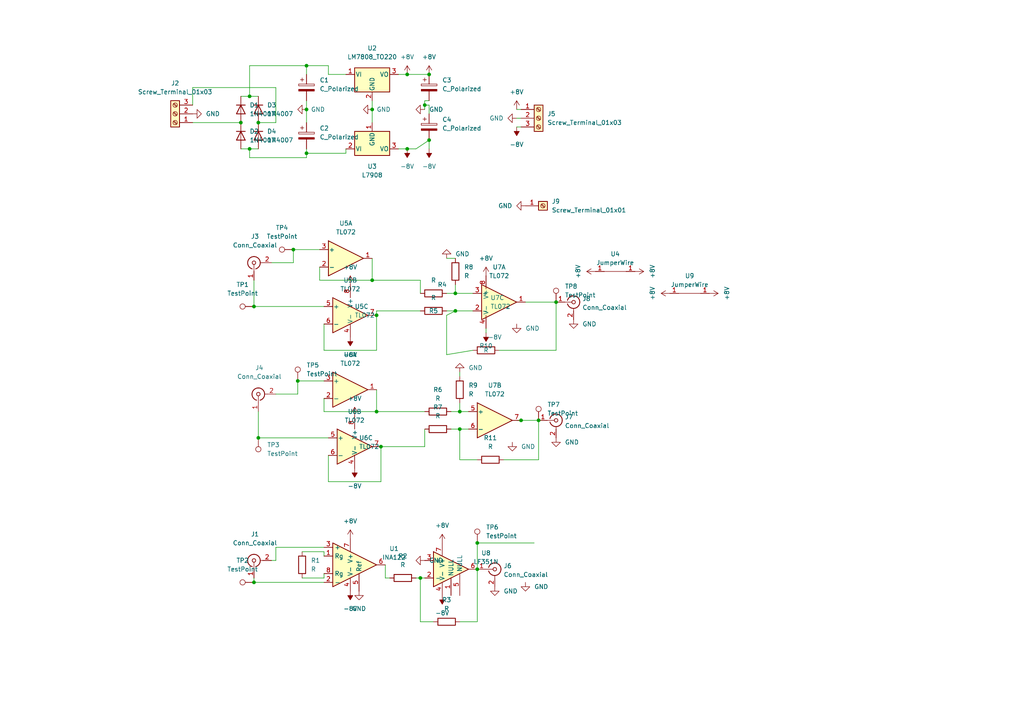
<source format=kicad_sch>
(kicad_sch (version 20211123) (generator eeschema)

  (uuid 2d762928-7882-4e8e-b3ef-f22f0dd64534)

  (paper "A4")

  (lib_symbols
    (symbol "Amplifier_Operational:LF351N" (in_bom yes) (on_board yes)
      (property "Reference" "U" (id 0) (at 0 6.35 0)
        (effects (font (size 1.27 1.27)) (justify left))
      )
      (property "Value" "LF351N" (id 1) (at 0 3.81 0)
        (effects (font (size 1.27 1.27)) (justify left))
      )
      (property "Footprint" "" (id 2) (at 1.27 1.27 0)
        (effects (font (size 1.27 1.27)) hide)
      )
      (property "Datasheet" "https://www.st.com/resource/en/datasheet/lf351.pdf" (id 3) (at 3.81 3.81 0)
        (effects (font (size 1.27 1.27)) hide)
      )
      (property "ki_keywords" "Single OpAmp JFET" (id 4) (at 0 0 0)
        (effects (font (size 1.27 1.27)) hide)
      )
      (property "ki_description" "Wide bandwidth single JFET operational amplifier, DIP-8" (id 5) (at 0 0 0)
        (effects (font (size 1.27 1.27)) hide)
      )
      (property "ki_fp_filters" "DIP*W7.62mm*" (id 6) (at 0 0 0)
        (effects (font (size 1.27 1.27)) hide)
      )
      (symbol "LF351N_0_1"
        (polyline
          (pts
            (xy -5.08 5.08)
            (xy 5.08 0)
            (xy -5.08 -5.08)
            (xy -5.08 5.08)
          )
          (stroke (width 0.254) (type default) (color 0 0 0 0))
          (fill (type background))
        )
      )
      (symbol "LF351N_1_1"
        (pin input line (at 0 -7.62 90) (length 5.08)
          (name "NULL" (effects (font (size 1.27 1.27))))
          (number "1" (effects (font (size 1.27 1.27))))
        )
        (pin input line (at -7.62 -2.54 0) (length 2.54)
          (name "-" (effects (font (size 1.27 1.27))))
          (number "2" (effects (font (size 1.27 1.27))))
        )
        (pin input line (at -7.62 2.54 0) (length 2.54)
          (name "+" (effects (font (size 1.27 1.27))))
          (number "3" (effects (font (size 1.27 1.27))))
        )
        (pin power_in line (at -2.54 -7.62 90) (length 3.81)
          (name "V-" (effects (font (size 1.27 1.27))))
          (number "4" (effects (font (size 1.27 1.27))))
        )
        (pin input line (at 2.54 -7.62 90) (length 6.35)
          (name "NULL" (effects (font (size 1.27 1.27))))
          (number "5" (effects (font (size 1.27 1.27))))
        )
        (pin output line (at 7.62 0 180) (length 2.54)
          (name "~" (effects (font (size 1.27 1.27))))
          (number "6" (effects (font (size 1.27 1.27))))
        )
        (pin power_in line (at -2.54 7.62 270) (length 3.81)
          (name "V+" (effects (font (size 1.27 1.27))))
          (number "7" (effects (font (size 1.27 1.27))))
        )
        (pin no_connect line (at 0 2.54 270) (length 2.54) hide
          (name "NC" (effects (font (size 1.27 1.27))))
          (number "8" (effects (font (size 1.27 1.27))))
        )
      )
    )
    (symbol "Amplifier_Operational:TL072" (pin_names (offset 0.127)) (in_bom yes) (on_board yes)
      (property "Reference" "U" (id 0) (at 0 5.08 0)
        (effects (font (size 1.27 1.27)) (justify left))
      )
      (property "Value" "TL072" (id 1) (at 0 -5.08 0)
        (effects (font (size 1.27 1.27)) (justify left))
      )
      (property "Footprint" "" (id 2) (at 0 0 0)
        (effects (font (size 1.27 1.27)) hide)
      )
      (property "Datasheet" "http://www.ti.com/lit/ds/symlink/tl071.pdf" (id 3) (at 0 0 0)
        (effects (font (size 1.27 1.27)) hide)
      )
      (property "ki_locked" "" (id 4) (at 0 0 0)
        (effects (font (size 1.27 1.27)))
      )
      (property "ki_keywords" "dual opamp" (id 5) (at 0 0 0)
        (effects (font (size 1.27 1.27)) hide)
      )
      (property "ki_description" "Dual Low-Noise JFET-Input Operational Amplifiers, DIP-8/SOIC-8" (id 6) (at 0 0 0)
        (effects (font (size 1.27 1.27)) hide)
      )
      (property "ki_fp_filters" "SOIC*3.9x4.9mm*P1.27mm* DIP*W7.62mm* TO*99* OnSemi*Micro8* TSSOP*3x3mm*P0.65mm* TSSOP*4.4x3mm*P0.65mm* MSOP*3x3mm*P0.65mm* SSOP*3.9x4.9mm*P0.635mm* LFCSP*2x2mm*P0.5mm* *SIP* SOIC*5.3x6.2mm*P1.27mm*" (id 7) (at 0 0 0)
        (effects (font (size 1.27 1.27)) hide)
      )
      (symbol "TL072_1_1"
        (polyline
          (pts
            (xy -5.08 5.08)
            (xy 5.08 0)
            (xy -5.08 -5.08)
            (xy -5.08 5.08)
          )
          (stroke (width 0.254) (type default) (color 0 0 0 0))
          (fill (type background))
        )
        (pin output line (at 7.62 0 180) (length 2.54)
          (name "~" (effects (font (size 1.27 1.27))))
          (number "1" (effects (font (size 1.27 1.27))))
        )
        (pin input line (at -7.62 -2.54 0) (length 2.54)
          (name "-" (effects (font (size 1.27 1.27))))
          (number "2" (effects (font (size 1.27 1.27))))
        )
        (pin input line (at -7.62 2.54 0) (length 2.54)
          (name "+" (effects (font (size 1.27 1.27))))
          (number "3" (effects (font (size 1.27 1.27))))
        )
      )
      (symbol "TL072_2_1"
        (polyline
          (pts
            (xy -5.08 5.08)
            (xy 5.08 0)
            (xy -5.08 -5.08)
            (xy -5.08 5.08)
          )
          (stroke (width 0.254) (type default) (color 0 0 0 0))
          (fill (type background))
        )
        (pin input line (at -7.62 2.54 0) (length 2.54)
          (name "+" (effects (font (size 1.27 1.27))))
          (number "5" (effects (font (size 1.27 1.27))))
        )
        (pin input line (at -7.62 -2.54 0) (length 2.54)
          (name "-" (effects (font (size 1.27 1.27))))
          (number "6" (effects (font (size 1.27 1.27))))
        )
        (pin output line (at 7.62 0 180) (length 2.54)
          (name "~" (effects (font (size 1.27 1.27))))
          (number "7" (effects (font (size 1.27 1.27))))
        )
      )
      (symbol "TL072_3_1"
        (pin power_in line (at -2.54 -7.62 90) (length 3.81)
          (name "V-" (effects (font (size 1.27 1.27))))
          (number "4" (effects (font (size 1.27 1.27))))
        )
        (pin power_in line (at -2.54 7.62 270) (length 3.81)
          (name "V+" (effects (font (size 1.27 1.27))))
          (number "8" (effects (font (size 1.27 1.27))))
        )
      )
    )
    (symbol "Connector:Conn_Coaxial" (pin_names (offset 1.016) hide) (in_bom yes) (on_board yes)
      (property "Reference" "J" (id 0) (at 0.254 3.048 0)
        (effects (font (size 1.27 1.27)))
      )
      (property "Value" "Conn_Coaxial" (id 1) (at 2.921 0 90)
        (effects (font (size 1.27 1.27)))
      )
      (property "Footprint" "" (id 2) (at 0 0 0)
        (effects (font (size 1.27 1.27)) hide)
      )
      (property "Datasheet" " ~" (id 3) (at 0 0 0)
        (effects (font (size 1.27 1.27)) hide)
      )
      (property "ki_keywords" "BNC SMA SMB SMC LEMO coaxial connector CINCH RCA" (id 4) (at 0 0 0)
        (effects (font (size 1.27 1.27)) hide)
      )
      (property "ki_description" "coaxial connector (BNC, SMA, SMB, SMC, Cinch/RCA, LEMO, ...)" (id 5) (at 0 0 0)
        (effects (font (size 1.27 1.27)) hide)
      )
      (property "ki_fp_filters" "*BNC* *SMA* *SMB* *SMC* *Cinch* *LEMO*" (id 6) (at 0 0 0)
        (effects (font (size 1.27 1.27)) hide)
      )
      (symbol "Conn_Coaxial_0_1"
        (arc (start -1.778 -0.508) (mid 0.2311 -1.8066) (end 1.778 0)
          (stroke (width 0.254) (type default) (color 0 0 0 0))
          (fill (type none))
        )
        (polyline
          (pts
            (xy -2.54 0)
            (xy -0.508 0)
          )
          (stroke (width 0) (type default) (color 0 0 0 0))
          (fill (type none))
        )
        (polyline
          (pts
            (xy 0 -2.54)
            (xy 0 -1.778)
          )
          (stroke (width 0) (type default) (color 0 0 0 0))
          (fill (type none))
        )
        (circle (center 0 0) (radius 0.508)
          (stroke (width 0.2032) (type default) (color 0 0 0 0))
          (fill (type none))
        )
        (arc (start 1.778 0) (mid 0.2099 1.8101) (end -1.778 0.508)
          (stroke (width 0.254) (type default) (color 0 0 0 0))
          (fill (type none))
        )
      )
      (symbol "Conn_Coaxial_1_1"
        (pin passive line (at -5.08 0 0) (length 2.54)
          (name "In" (effects (font (size 1.27 1.27))))
          (number "1" (effects (font (size 1.27 1.27))))
        )
        (pin passive line (at 0 -5.08 90) (length 2.54)
          (name "Ext" (effects (font (size 1.27 1.27))))
          (number "2" (effects (font (size 1.27 1.27))))
        )
      )
    )
    (symbol "Connector:Screw_Terminal_01x01" (pin_names (offset 1.016) hide) (in_bom yes) (on_board yes)
      (property "Reference" "J" (id 0) (at 0 2.54 0)
        (effects (font (size 1.27 1.27)))
      )
      (property "Value" "Screw_Terminal_01x01" (id 1) (at 0 -2.54 0)
        (effects (font (size 1.27 1.27)))
      )
      (property "Footprint" "" (id 2) (at 0 0 0)
        (effects (font (size 1.27 1.27)) hide)
      )
      (property "Datasheet" "~" (id 3) (at 0 0 0)
        (effects (font (size 1.27 1.27)) hide)
      )
      (property "ki_keywords" "screw terminal" (id 4) (at 0 0 0)
        (effects (font (size 1.27 1.27)) hide)
      )
      (property "ki_description" "Generic screw terminal, single row, 01x01, script generated (kicad-library-utils/schlib/autogen/connector/)" (id 5) (at 0 0 0)
        (effects (font (size 1.27 1.27)) hide)
      )
      (property "ki_fp_filters" "TerminalBlock*:*" (id 6) (at 0 0 0)
        (effects (font (size 1.27 1.27)) hide)
      )
      (symbol "Screw_Terminal_01x01_1_1"
        (rectangle (start -1.27 1.27) (end 1.27 -1.27)
          (stroke (width 0.254) (type default) (color 0 0 0 0))
          (fill (type background))
        )
        (polyline
          (pts
            (xy -0.5334 0.3302)
            (xy 0.3302 -0.508)
          )
          (stroke (width 0.1524) (type default) (color 0 0 0 0))
          (fill (type none))
        )
        (polyline
          (pts
            (xy -0.3556 0.508)
            (xy 0.508 -0.3302)
          )
          (stroke (width 0.1524) (type default) (color 0 0 0 0))
          (fill (type none))
        )
        (circle (center 0 0) (radius 0.635)
          (stroke (width 0.1524) (type default) (color 0 0 0 0))
          (fill (type none))
        )
        (pin passive line (at -5.08 0 0) (length 3.81)
          (name "Pin_1" (effects (font (size 1.27 1.27))))
          (number "1" (effects (font (size 1.27 1.27))))
        )
      )
    )
    (symbol "Connector:Screw_Terminal_01x03" (pin_names (offset 1.016) hide) (in_bom yes) (on_board yes)
      (property "Reference" "J" (id 0) (at 0 5.08 0)
        (effects (font (size 1.27 1.27)))
      )
      (property "Value" "Screw_Terminal_01x03" (id 1) (at 0 -5.08 0)
        (effects (font (size 1.27 1.27)))
      )
      (property "Footprint" "" (id 2) (at 0 0 0)
        (effects (font (size 1.27 1.27)) hide)
      )
      (property "Datasheet" "~" (id 3) (at 0 0 0)
        (effects (font (size 1.27 1.27)) hide)
      )
      (property "ki_keywords" "screw terminal" (id 4) (at 0 0 0)
        (effects (font (size 1.27 1.27)) hide)
      )
      (property "ki_description" "Generic screw terminal, single row, 01x03, script generated (kicad-library-utils/schlib/autogen/connector/)" (id 5) (at 0 0 0)
        (effects (font (size 1.27 1.27)) hide)
      )
      (property "ki_fp_filters" "TerminalBlock*:*" (id 6) (at 0 0 0)
        (effects (font (size 1.27 1.27)) hide)
      )
      (symbol "Screw_Terminal_01x03_1_1"
        (rectangle (start -1.27 3.81) (end 1.27 -3.81)
          (stroke (width 0.254) (type default) (color 0 0 0 0))
          (fill (type background))
        )
        (circle (center 0 -2.54) (radius 0.635)
          (stroke (width 0.1524) (type default) (color 0 0 0 0))
          (fill (type none))
        )
        (polyline
          (pts
            (xy -0.5334 -2.2098)
            (xy 0.3302 -3.048)
          )
          (stroke (width 0.1524) (type default) (color 0 0 0 0))
          (fill (type none))
        )
        (polyline
          (pts
            (xy -0.5334 0.3302)
            (xy 0.3302 -0.508)
          )
          (stroke (width 0.1524) (type default) (color 0 0 0 0))
          (fill (type none))
        )
        (polyline
          (pts
            (xy -0.5334 2.8702)
            (xy 0.3302 2.032)
          )
          (stroke (width 0.1524) (type default) (color 0 0 0 0))
          (fill (type none))
        )
        (polyline
          (pts
            (xy -0.3556 -2.032)
            (xy 0.508 -2.8702)
          )
          (stroke (width 0.1524) (type default) (color 0 0 0 0))
          (fill (type none))
        )
        (polyline
          (pts
            (xy -0.3556 0.508)
            (xy 0.508 -0.3302)
          )
          (stroke (width 0.1524) (type default) (color 0 0 0 0))
          (fill (type none))
        )
        (polyline
          (pts
            (xy -0.3556 3.048)
            (xy 0.508 2.2098)
          )
          (stroke (width 0.1524) (type default) (color 0 0 0 0))
          (fill (type none))
        )
        (circle (center 0 0) (radius 0.635)
          (stroke (width 0.1524) (type default) (color 0 0 0 0))
          (fill (type none))
        )
        (circle (center 0 2.54) (radius 0.635)
          (stroke (width 0.1524) (type default) (color 0 0 0 0))
          (fill (type none))
        )
        (pin passive line (at -5.08 2.54 0) (length 3.81)
          (name "Pin_1" (effects (font (size 1.27 1.27))))
          (number "1" (effects (font (size 1.27 1.27))))
        )
        (pin passive line (at -5.08 0 0) (length 3.81)
          (name "Pin_2" (effects (font (size 1.27 1.27))))
          (number "2" (effects (font (size 1.27 1.27))))
        )
        (pin passive line (at -5.08 -2.54 0) (length 3.81)
          (name "Pin_3" (effects (font (size 1.27 1.27))))
          (number "3" (effects (font (size 1.27 1.27))))
        )
      )
    )
    (symbol "Connector:TestPoint" (pin_numbers hide) (pin_names (offset 0.762) hide) (in_bom yes) (on_board yes)
      (property "Reference" "TP" (id 0) (at 0 6.858 0)
        (effects (font (size 1.27 1.27)))
      )
      (property "Value" "TestPoint" (id 1) (at 0 5.08 0)
        (effects (font (size 1.27 1.27)))
      )
      (property "Footprint" "" (id 2) (at 5.08 0 0)
        (effects (font (size 1.27 1.27)) hide)
      )
      (property "Datasheet" "~" (id 3) (at 5.08 0 0)
        (effects (font (size 1.27 1.27)) hide)
      )
      (property "ki_keywords" "test point tp" (id 4) (at 0 0 0)
        (effects (font (size 1.27 1.27)) hide)
      )
      (property "ki_description" "test point" (id 5) (at 0 0 0)
        (effects (font (size 1.27 1.27)) hide)
      )
      (property "ki_fp_filters" "Pin* Test*" (id 6) (at 0 0 0)
        (effects (font (size 1.27 1.27)) hide)
      )
      (symbol "TestPoint_0_1"
        (circle (center 0 3.302) (radius 0.762)
          (stroke (width 0) (type default) (color 0 0 0 0))
          (fill (type none))
        )
      )
      (symbol "TestPoint_1_1"
        (pin passive line (at 0 0 90) (length 2.54)
          (name "1" (effects (font (size 1.27 1.27))))
          (number "1" (effects (font (size 1.27 1.27))))
        )
      )
    )
    (symbol "Device:C_Polarized" (pin_numbers hide) (pin_names (offset 0.254)) (in_bom yes) (on_board yes)
      (property "Reference" "C" (id 0) (at 0.635 2.54 0)
        (effects (font (size 1.27 1.27)) (justify left))
      )
      (property "Value" "C_Polarized" (id 1) (at 0.635 -2.54 0)
        (effects (font (size 1.27 1.27)) (justify left))
      )
      (property "Footprint" "" (id 2) (at 0.9652 -3.81 0)
        (effects (font (size 1.27 1.27)) hide)
      )
      (property "Datasheet" "~" (id 3) (at 0 0 0)
        (effects (font (size 1.27 1.27)) hide)
      )
      (property "ki_keywords" "cap capacitor" (id 4) (at 0 0 0)
        (effects (font (size 1.27 1.27)) hide)
      )
      (property "ki_description" "Polarized capacitor" (id 5) (at 0 0 0)
        (effects (font (size 1.27 1.27)) hide)
      )
      (property "ki_fp_filters" "CP_*" (id 6) (at 0 0 0)
        (effects (font (size 1.27 1.27)) hide)
      )
      (symbol "C_Polarized_0_1"
        (rectangle (start -2.286 0.508) (end 2.286 1.016)
          (stroke (width 0) (type default) (color 0 0 0 0))
          (fill (type none))
        )
        (polyline
          (pts
            (xy -1.778 2.286)
            (xy -0.762 2.286)
          )
          (stroke (width 0) (type default) (color 0 0 0 0))
          (fill (type none))
        )
        (polyline
          (pts
            (xy -1.27 2.794)
            (xy -1.27 1.778)
          )
          (stroke (width 0) (type default) (color 0 0 0 0))
          (fill (type none))
        )
        (rectangle (start 2.286 -0.508) (end -2.286 -1.016)
          (stroke (width 0) (type default) (color 0 0 0 0))
          (fill (type outline))
        )
      )
      (symbol "C_Polarized_1_1"
        (pin passive line (at 0 3.81 270) (length 2.794)
          (name "~" (effects (font (size 1.27 1.27))))
          (number "1" (effects (font (size 1.27 1.27))))
        )
        (pin passive line (at 0 -3.81 90) (length 2.794)
          (name "~" (effects (font (size 1.27 1.27))))
          (number "2" (effects (font (size 1.27 1.27))))
        )
      )
    )
    (symbol "Device:R" (pin_numbers hide) (pin_names (offset 0)) (in_bom yes) (on_board yes)
      (property "Reference" "R" (id 0) (at 2.032 0 90)
        (effects (font (size 1.27 1.27)))
      )
      (property "Value" "R" (id 1) (at 0 0 90)
        (effects (font (size 1.27 1.27)))
      )
      (property "Footprint" "" (id 2) (at -1.778 0 90)
        (effects (font (size 1.27 1.27)) hide)
      )
      (property "Datasheet" "~" (id 3) (at 0 0 0)
        (effects (font (size 1.27 1.27)) hide)
      )
      (property "ki_keywords" "R res resistor" (id 4) (at 0 0 0)
        (effects (font (size 1.27 1.27)) hide)
      )
      (property "ki_description" "Resistor" (id 5) (at 0 0 0)
        (effects (font (size 1.27 1.27)) hide)
      )
      (property "ki_fp_filters" "R_*" (id 6) (at 0 0 0)
        (effects (font (size 1.27 1.27)) hide)
      )
      (symbol "R_0_1"
        (rectangle (start -1.016 -2.54) (end 1.016 2.54)
          (stroke (width 0.254) (type default) (color 0 0 0 0))
          (fill (type none))
        )
      )
      (symbol "R_1_1"
        (pin passive line (at 0 3.81 270) (length 1.27)
          (name "~" (effects (font (size 1.27 1.27))))
          (number "1" (effects (font (size 1.27 1.27))))
        )
        (pin passive line (at 0 -3.81 90) (length 1.27)
          (name "~" (effects (font (size 1.27 1.27))))
          (number "2" (effects (font (size 1.27 1.27))))
        )
      )
    )
    (symbol "Diode:1N4007" (pin_numbers hide) (pin_names hide) (in_bom yes) (on_board yes)
      (property "Reference" "D" (id 0) (at 0 2.54 0)
        (effects (font (size 1.27 1.27)))
      )
      (property "Value" "1N4007" (id 1) (at 0 -2.54 0)
        (effects (font (size 1.27 1.27)))
      )
      (property "Footprint" "Diode_THT:D_DO-41_SOD81_P10.16mm_Horizontal" (id 2) (at 0 -4.445 0)
        (effects (font (size 1.27 1.27)) hide)
      )
      (property "Datasheet" "http://www.vishay.com/docs/88503/1n4001.pdf" (id 3) (at 0 0 0)
        (effects (font (size 1.27 1.27)) hide)
      )
      (property "ki_keywords" "diode" (id 4) (at 0 0 0)
        (effects (font (size 1.27 1.27)) hide)
      )
      (property "ki_description" "1000V 1A General Purpose Rectifier Diode, DO-41" (id 5) (at 0 0 0)
        (effects (font (size 1.27 1.27)) hide)
      )
      (property "ki_fp_filters" "D*DO?41*" (id 6) (at 0 0 0)
        (effects (font (size 1.27 1.27)) hide)
      )
      (symbol "1N4007_0_1"
        (polyline
          (pts
            (xy -1.27 1.27)
            (xy -1.27 -1.27)
          )
          (stroke (width 0.254) (type default) (color 0 0 0 0))
          (fill (type none))
        )
        (polyline
          (pts
            (xy 1.27 0)
            (xy -1.27 0)
          )
          (stroke (width 0) (type default) (color 0 0 0 0))
          (fill (type none))
        )
        (polyline
          (pts
            (xy 1.27 1.27)
            (xy 1.27 -1.27)
            (xy -1.27 0)
            (xy 1.27 1.27)
          )
          (stroke (width 0.254) (type default) (color 0 0 0 0))
          (fill (type none))
        )
      )
      (symbol "1N4007_1_1"
        (pin passive line (at -3.81 0 0) (length 2.54)
          (name "K" (effects (font (size 1.27 1.27))))
          (number "1" (effects (font (size 1.27 1.27))))
        )
        (pin passive line (at 3.81 0 180) (length 2.54)
          (name "A" (effects (font (size 1.27 1.27))))
          (number "2" (effects (font (size 1.27 1.27))))
        )
      )
    )
    (symbol "IN_AMP:INA122" (in_bom yes) (on_board yes)
      (property "Reference" "U" (id 0) (at 5.08 5.08 0)
        (effects (font (size 1.27 1.27)))
      )
      (property "Value" "INA122" (id 1) (at 0 7.62 0)
        (effects (font (size 1.27 1.27)))
      )
      (property "Footprint" "" (id 2) (at 0 0 0)
        (effects (font (size 1.27 1.27)) hide)
      )
      (property "Datasheet" "" (id 3) (at 0 0 0)
        (effects (font (size 1.27 1.27)) hide)
      )
      (symbol "INA122_0_1"
        (polyline
          (pts
            (xy 8.89 -1.27)
            (xy -3.81 5.08)
            (xy -3.81 -7.62)
            (xy 8.89 -1.27)
          )
          (stroke (width 0.254) (type default) (color 0 0 0 0))
          (fill (type background))
        )
      )
      (symbol "INA122_1_1"
        (pin passive line (at -6.35 1.27 0) (length 2.54)
          (name "Rg" (effects (font (size 1.27 1.27))))
          (number "1" (effects (font (size 1.27 1.27))))
        )
        (pin input line (at -6.35 -6.35 0) (length 2.54)
          (name "-" (effects (font (size 1.27 1.27))))
          (number "2" (effects (font (size 1.27 1.27))))
        )
        (pin input line (at -6.35 3.81 0) (length 2.54)
          (name "+" (effects (font (size 1.27 1.27))))
          (number "3" (effects (font (size 1.27 1.27))))
        )
        (pin power_in line (at 1.27 -8.89 90) (length 3.81)
          (name "V-" (effects (font (size 1.27 1.27))))
          (number "4" (effects (font (size 1.27 1.27))))
        )
        (pin input line (at 3.81 -8.89 90) (length 5.08)
          (name "Ref" (effects (font (size 1.27 1.27))))
          (number "5" (effects (font (size 1.27 1.27))))
        )
        (pin output line (at 11.43 -1.27 180) (length 2.54)
          (name "~" (effects (font (size 1.27 1.27))))
          (number "6" (effects (font (size 1.27 1.27))))
        )
        (pin power_in line (at 1.27 6.35 270) (length 3.81)
          (name "V+" (effects (font (size 1.27 1.27))))
          (number "7" (effects (font (size 1.27 1.27))))
        )
        (pin passive line (at -6.35 -3.81 0) (length 2.54)
          (name "Rg" (effects (font (size 1.27 1.27))))
          (number "8" (effects (font (size 1.27 1.27))))
        )
      )
    )
    (symbol "JumperWire_1" (in_bom yes) (on_board yes)
      (property "Reference" "U" (id 0) (at 0 -1.27 0)
        (effects (font (size 1.27 1.27)))
      )
      (property "Value" "JumperWire_1" (id 1) (at 1.27 -1.27 0)
        (effects (font (size 1.27 1.27)))
      )
      (property "Footprint" "Jumper_wire:JumperWire" (id 2) (at 3.81 1.27 0)
        (effects (font (size 1.27 1.27)) hide)
      )
      (property "Datasheet" "" (id 3) (at 0 0 0)
        (effects (font (size 1.27 1.27)) hide)
      )
      (symbol "JumperWire_1_0_1"
        (polyline
          (pts
            (xy -2.54 0)
            (xy 3.81 0)
          )
          (stroke (width 0) (type default) (color 0 0 0 0))
          (fill (type none))
        )
      )
      (symbol "JumperWire_1_1_1"
        (pin bidirectional line (at -5.08 0 0) (length 2.54)
          (name "" (effects (font (size 1.27 1.27))))
          (number "1" (effects (font (size 1.27 1.27))))
        )
        (pin bidirectional line (at 6.35 0 180) (length 2.54)
          (name "" (effects (font (size 1.27 1.27))))
          (number "1" (effects (font (size 1.27 1.27))))
        )
      )
    )
    (symbol "Regulator_Linear:L7908" (pin_names (offset 0.254)) (in_bom yes) (on_board yes)
      (property "Reference" "U" (id 0) (at -3.81 -3.175 0)
        (effects (font (size 1.27 1.27)))
      )
      (property "Value" "L7908" (id 1) (at 0 -3.175 0)
        (effects (font (size 1.27 1.27)) (justify left))
      )
      (property "Footprint" "" (id 2) (at 0 -5.08 0)
        (effects (font (size 1.27 1.27) italic) hide)
      )
      (property "Datasheet" "http://www.st.com/content/ccc/resource/technical/document/datasheet/c9/16/86/41/c7/2b/45/f2/CD00000450.pdf/files/CD00000450.pdf/jcr:content/translations/en.CD00000450.pdf" (id 3) (at 0 0 0)
        (effects (font (size 1.27 1.27)) hide)
      )
      (property "ki_keywords" "Voltage Regulator 1.5A Negative" (id 4) (at 0 0 0)
        (effects (font (size 1.27 1.27)) hide)
      )
      (property "ki_description" "Negative 1.5A 35V Linear Regulator, Fixed Output -8V, TO-220/TO-263" (id 5) (at 0 0 0)
        (effects (font (size 1.27 1.27)) hide)
      )
      (property "ki_fp_filters" "TO?220* TO?263*" (id 6) (at 0 0 0)
        (effects (font (size 1.27 1.27)) hide)
      )
      (symbol "L7908_0_1"
        (rectangle (start -5.08 5.08) (end 5.08 -1.905)
          (stroke (width 0.254) (type default) (color 0 0 0 0))
          (fill (type background))
        )
      )
      (symbol "L7908_1_1"
        (pin power_in line (at 0 7.62 270) (length 2.54)
          (name "GND" (effects (font (size 1.27 1.27))))
          (number "1" (effects (font (size 1.27 1.27))))
        )
        (pin power_in line (at -7.62 0 0) (length 2.54)
          (name "VI" (effects (font (size 1.27 1.27))))
          (number "2" (effects (font (size 1.27 1.27))))
        )
        (pin power_out line (at 7.62 0 180) (length 2.54)
          (name "VO" (effects (font (size 1.27 1.27))))
          (number "3" (effects (font (size 1.27 1.27))))
        )
      )
    )
    (symbol "Regulator_Linear:LM7808_TO220" (pin_names (offset 0.254)) (in_bom yes) (on_board yes)
      (property "Reference" "U" (id 0) (at -3.81 3.175 0)
        (effects (font (size 1.27 1.27)))
      )
      (property "Value" "LM7808_TO220" (id 1) (at 0 3.175 0)
        (effects (font (size 1.27 1.27)) (justify left))
      )
      (property "Footprint" "Package_TO_SOT_THT:TO-220-3_Vertical" (id 2) (at 0 5.715 0)
        (effects (font (size 1.27 1.27) italic) hide)
      )
      (property "Datasheet" "https://www.onsemi.cn/PowerSolutions/document/MC7800-D.PDF" (id 3) (at 0 -1.27 0)
        (effects (font (size 1.27 1.27)) hide)
      )
      (property "ki_keywords" "Voltage Regulator 1A Positive" (id 4) (at 0 0 0)
        (effects (font (size 1.27 1.27)) hide)
      )
      (property "ki_description" "Positive 1A 35V Linear Regulator, Fixed Output 8V, TO-220" (id 5) (at 0 0 0)
        (effects (font (size 1.27 1.27)) hide)
      )
      (property "ki_fp_filters" "TO?220*" (id 6) (at 0 0 0)
        (effects (font (size 1.27 1.27)) hide)
      )
      (symbol "LM7808_TO220_0_1"
        (rectangle (start -5.08 1.905) (end 5.08 -5.08)
          (stroke (width 0.254) (type default) (color 0 0 0 0))
          (fill (type background))
        )
      )
      (symbol "LM7808_TO220_1_1"
        (pin power_in line (at -7.62 0 0) (length 2.54)
          (name "VI" (effects (font (size 1.27 1.27))))
          (number "1" (effects (font (size 1.27 1.27))))
        )
        (pin power_in line (at 0 -7.62 90) (length 2.54)
          (name "GND" (effects (font (size 1.27 1.27))))
          (number "2" (effects (font (size 1.27 1.27))))
        )
        (pin power_out line (at 7.62 0 180) (length 2.54)
          (name "VO" (effects (font (size 1.27 1.27))))
          (number "3" (effects (font (size 1.27 1.27))))
        )
      )
    )
    (symbol "power:+8V" (power) (pin_names (offset 0)) (in_bom yes) (on_board yes)
      (property "Reference" "#PWR" (id 0) (at 0 -3.81 0)
        (effects (font (size 1.27 1.27)) hide)
      )
      (property "Value" "+8V" (id 1) (at 0 3.556 0)
        (effects (font (size 1.27 1.27)))
      )
      (property "Footprint" "" (id 2) (at 0 0 0)
        (effects (font (size 1.27 1.27)) hide)
      )
      (property "Datasheet" "" (id 3) (at 0 0 0)
        (effects (font (size 1.27 1.27)) hide)
      )
      (property "ki_keywords" "power-flag" (id 4) (at 0 0 0)
        (effects (font (size 1.27 1.27)) hide)
      )
      (property "ki_description" "Power symbol creates a global label with name \"+8V\"" (id 5) (at 0 0 0)
        (effects (font (size 1.27 1.27)) hide)
      )
      (symbol "+8V_0_1"
        (polyline
          (pts
            (xy -0.762 1.27)
            (xy 0 2.54)
          )
          (stroke (width 0) (type default) (color 0 0 0 0))
          (fill (type none))
        )
        (polyline
          (pts
            (xy 0 0)
            (xy 0 2.54)
          )
          (stroke (width 0) (type default) (color 0 0 0 0))
          (fill (type none))
        )
        (polyline
          (pts
            (xy 0 2.54)
            (xy 0.762 1.27)
          )
          (stroke (width 0) (type default) (color 0 0 0 0))
          (fill (type none))
        )
      )
      (symbol "+8V_1_1"
        (pin power_in line (at 0 0 90) (length 0) hide
          (name "+8V" (effects (font (size 1.27 1.27))))
          (number "1" (effects (font (size 1.27 1.27))))
        )
      )
    )
    (symbol "power:-8V" (power) (pin_names (offset 0)) (in_bom yes) (on_board yes)
      (property "Reference" "#PWR" (id 0) (at 0 2.54 0)
        (effects (font (size 1.27 1.27)) hide)
      )
      (property "Value" "-8V" (id 1) (at 0 3.81 0)
        (effects (font (size 1.27 1.27)))
      )
      (property "Footprint" "" (id 2) (at 0 0 0)
        (effects (font (size 1.27 1.27)) hide)
      )
      (property "Datasheet" "" (id 3) (at 0 0 0)
        (effects (font (size 1.27 1.27)) hide)
      )
      (property "ki_keywords" "power-flag" (id 4) (at 0 0 0)
        (effects (font (size 1.27 1.27)) hide)
      )
      (property "ki_description" "Power symbol creates a global label with name \"-8V\"" (id 5) (at 0 0 0)
        (effects (font (size 1.27 1.27)) hide)
      )
      (symbol "-8V_0_0"
        (pin power_in line (at 0 0 90) (length 0) hide
          (name "-8V" (effects (font (size 1.27 1.27))))
          (number "1" (effects (font (size 1.27 1.27))))
        )
      )
      (symbol "-8V_0_1"
        (polyline
          (pts
            (xy 0 0)
            (xy 0 1.27)
            (xy 0.762 1.27)
            (xy 0 2.54)
            (xy -0.762 1.27)
            (xy 0 1.27)
          )
          (stroke (width 0) (type default) (color 0 0 0 0))
          (fill (type outline))
        )
      )
    )
    (symbol "power:GND" (power) (pin_names (offset 0)) (in_bom yes) (on_board yes)
      (property "Reference" "#PWR" (id 0) (at 0 -6.35 0)
        (effects (font (size 1.27 1.27)) hide)
      )
      (property "Value" "GND" (id 1) (at 0 -3.81 0)
        (effects (font (size 1.27 1.27)))
      )
      (property "Footprint" "" (id 2) (at 0 0 0)
        (effects (font (size 1.27 1.27)) hide)
      )
      (property "Datasheet" "" (id 3) (at 0 0 0)
        (effects (font (size 1.27 1.27)) hide)
      )
      (property "ki_keywords" "power-flag" (id 4) (at 0 0 0)
        (effects (font (size 1.27 1.27)) hide)
      )
      (property "ki_description" "Power symbol creates a global label with name \"GND\" , ground" (id 5) (at 0 0 0)
        (effects (font (size 1.27 1.27)) hide)
      )
      (symbol "GND_0_1"
        (polyline
          (pts
            (xy 0 0)
            (xy 0 -1.27)
            (xy 1.27 -1.27)
            (xy 0 -2.54)
            (xy -1.27 -1.27)
            (xy 0 -1.27)
          )
          (stroke (width 0) (type default) (color 0 0 0 0))
          (fill (type none))
        )
      )
      (symbol "GND_1_1"
        (pin power_in line (at 0 0 270) (length 0) hide
          (name "GND" (effects (font (size 1.27 1.27))))
          (number "1" (effects (font (size 1.27 1.27))))
        )
      )
    )
  )

  (junction (at 73.66 168.91) (diameter 0) (color 0 0 0 0)
    (uuid 0ee50033-2a61-410c-807c-8a8622568d15)
  )
  (junction (at 133.35 119.38) (diameter 0) (color 0 0 0 0)
    (uuid 10fd2be6-d818-4990-8064-b1d8b1cfefed)
  )
  (junction (at 133.35 124.46) (diameter 0) (color 0 0 0 0)
    (uuid 131a94bb-f2cc-409e-bee1-e7c37b2c9e1f)
  )
  (junction (at 123.19 30.48) (diameter 0) (color 0 0 0 0)
    (uuid 18178b63-27f4-486f-aa81-f53971c6e763)
  )
  (junction (at 88.9 31.75) (diameter 0) (color 0 0 0 0)
    (uuid 2de8da64-1e28-4ecf-a114-bcd5ccab6f8c)
  )
  (junction (at 132.08 85.09) (diameter 0) (color 0 0 0 0)
    (uuid 368ab3de-f070-481e-85cc-c5c3f1b0cd37)
  )
  (junction (at 85.09 72.39) (diameter 0) (color 0 0 0 0)
    (uuid 39f6d524-9860-402a-a65f-6369bf722f10)
  )
  (junction (at 161.29 87.63) (diameter 0) (color 0 0 0 0)
    (uuid 4b43d1e2-01af-4b46-aa7f-ef791fc0e9a5)
  )
  (junction (at 74.93 35.56) (diameter 0) (color 0 0 0 0)
    (uuid 4c427e0f-2d0d-4751-b805-15bac24ec93d)
  )
  (junction (at 124.46 21.59) (diameter 0) (color 0 0 0 0)
    (uuid 4cb86b8b-42de-40ae-afb1-3a5ca6bcd070)
  )
  (junction (at 118.11 21.59) (diameter 0) (color 0 0 0 0)
    (uuid 50a46ffa-8c8a-4536-a7f5-7c05032240df)
  )
  (junction (at 72.39 43.18) (diameter 0) (color 0 0 0 0)
    (uuid 55e9b59a-0b27-46f8-b91d-b9202956f67f)
  )
  (junction (at 74.93 127) (diameter 0) (color 0 0 0 0)
    (uuid 5bca7a04-7027-419d-b728-b5a08c6e26d3)
  )
  (junction (at 121.92 167.64) (diameter 0) (color 0 0 0 0)
    (uuid 6afd4515-30e2-4261-9130-8b2443286e86)
  )
  (junction (at 138.43 157.48) (diameter 0) (color 0 0 0 0)
    (uuid 7614ca12-9593-4213-aa30-e468463d0797)
  )
  (junction (at 88.9 44.45) (diameter 0) (color 0 0 0 0)
    (uuid 8699307d-6f09-4ffd-8f8d-57d47fdd67ff)
  )
  (junction (at 88.9 19.05) (diameter 0) (color 0 0 0 0)
    (uuid 8ecd65a4-2e7a-464c-bb58-78d2cfc6355c)
  )
  (junction (at 107.95 31.75) (diameter 0) (color 0 0 0 0)
    (uuid 94a0ab45-0bd4-438a-815b-656d0a392c20)
  )
  (junction (at 118.11 43.18) (diameter 0) (color 0 0 0 0)
    (uuid 959c41f2-e0de-48e6-8880-9ada6536f854)
  )
  (junction (at 86.36 110.49) (diameter 0) (color 0 0 0 0)
    (uuid 9c9108db-8b2c-4f5b-b5e5-fc0d8e5e5c7b)
  )
  (junction (at 72.39 27.94) (diameter 0) (color 0 0 0 0)
    (uuid 9fdded39-8b09-4c8e-ba28-03ef16da5aae)
  )
  (junction (at 69.85 35.56) (diameter 0) (color 0 0 0 0)
    (uuid a5dd77b2-18e2-442c-96d9-765d5336e4cf)
  )
  (junction (at 73.66 88.9) (diameter 0) (color 0 0 0 0)
    (uuid a64dcae4-0ee1-4594-a92d-68c6d7244111)
  )
  (junction (at 138.43 165.1) (diameter 0) (color 0 0 0 0)
    (uuid a9a8e8b7-b368-4dc3-a97a-782e297286d1)
  )
  (junction (at 107.95 81.28) (diameter 0) (color 0 0 0 0)
    (uuid bcd66320-3a4b-4789-ada2-0c72fa7adfe4)
  )
  (junction (at 109.22 119.38) (diameter 0) (color 0 0 0 0)
    (uuid c42db59b-4ee2-4544-a7d9-91f2c60aa8aa)
  )
  (junction (at 151.13 121.92) (diameter 0) (color 0 0 0 0)
    (uuid d1bfa2e9-fc9e-42ba-8a6b-1848cf1f82ae)
  )
  (junction (at 110.49 129.54) (diameter 0) (color 0 0 0 0)
    (uuid d308b434-6da6-4886-b37a-1e35ec789151)
  )
  (junction (at 109.22 91.44) (diameter 0) (color 0 0 0 0)
    (uuid d583d31b-1c45-418b-8066-4b3994f87b91)
  )
  (junction (at 156.21 121.92) (diameter 0) (color 0 0 0 0)
    (uuid d74792d3-fcea-4b45-95ee-fe0e8674d574)
  )
  (junction (at 124.46 40.64) (diameter 0) (color 0 0 0 0)
    (uuid ebbc594f-7ebc-4801-9c57-2dd027dbc798)
  )
  (junction (at 132.08 90.17) (diameter 0) (color 0 0 0 0)
    (uuid f172c6f9-7047-4621-a134-35baaec9fca4)
  )

  (wire (pts (xy 123.19 119.38) (xy 109.22 119.38))
    (stroke (width 0) (type default) (color 0 0 0 0))
    (uuid 00c9e147-c7ef-405f-af66-8919f06d348f)
  )
  (wire (pts (xy 124.46 40.64) (xy 120.65 43.18))
    (stroke (width 0) (type default) (color 0 0 0 0))
    (uuid 04504393-8aae-4dba-8a20-001aa181094d)
  )
  (wire (pts (xy 111.76 163.83) (xy 111.76 167.64))
    (stroke (width 0) (type default) (color 0 0 0 0))
    (uuid 04809f0b-26d8-4e70-9e9a-7a1f08dad6bf)
  )
  (wire (pts (xy 80.01 162.56) (xy 80.01 158.75))
    (stroke (width 0) (type default) (color 0 0 0 0))
    (uuid 063d2e62-86bd-4de4-af53-8925bb00384d)
  )
  (wire (pts (xy 72.39 45.72) (xy 88.9 45.72))
    (stroke (width 0) (type default) (color 0 0 0 0))
    (uuid 090697c2-a24e-4192-85b5-92943909818e)
  )
  (wire (pts (xy 124.46 30.48) (xy 123.19 30.48))
    (stroke (width 0) (type default) (color 0 0 0 0))
    (uuid 097d198a-e19c-4558-8038-3f162845024c)
  )
  (wire (pts (xy 138.43 157.48) (xy 154.94 157.48))
    (stroke (width 0) (type default) (color 0 0 0 0))
    (uuid 0abaa3c0-de01-40ce-ac49-102cae31ce2d)
  )
  (wire (pts (xy 80.01 25.4) (xy 55.88 25.4))
    (stroke (width 0) (type default) (color 0 0 0 0))
    (uuid 0ddf20d5-bc93-4928-8707-5ddcab73e72f)
  )
  (wire (pts (xy 120.65 167.64) (xy 121.92 167.64))
    (stroke (width 0) (type default) (color 0 0 0 0))
    (uuid 0fb2378f-4107-4b66-af6a-27c171b59bd8)
  )
  (wire (pts (xy 73.66 88.9) (xy 73.66 81.28))
    (stroke (width 0) (type default) (color 0 0 0 0))
    (uuid 1161f740-6898-4358-ad27-1184f1245e96)
  )
  (wire (pts (xy 133.35 107.95) (xy 133.35 109.22))
    (stroke (width 0) (type default) (color 0 0 0 0))
    (uuid 12b18046-ee74-48fd-af48-42125ea7728f)
  )
  (wire (pts (xy 156.21 121.92) (xy 151.13 121.92))
    (stroke (width 0) (type default) (color 0 0 0 0))
    (uuid 12f4b2d3-80be-4b02-a2ad-e50a01f1a6ac)
  )
  (wire (pts (xy 137.16 101.6) (xy 129.54 102.87))
    (stroke (width 0) (type default) (color 0 0 0 0))
    (uuid 152e9a1e-532c-4323-8b91-a355fd636ce9)
  )
  (wire (pts (xy 88.9 29.21) (xy 88.9 31.75))
    (stroke (width 0) (type default) (color 0 0 0 0))
    (uuid 1be6d4ee-2f8f-4968-a972-46942b60be5e)
  )
  (wire (pts (xy 88.9 45.72) (xy 88.9 44.45))
    (stroke (width 0) (type default) (color 0 0 0 0))
    (uuid 1c99bcaa-6564-4110-98ed-a3741093ae7e)
  )
  (wire (pts (xy 107.95 81.28) (xy 107.95 74.93))
    (stroke (width 0) (type default) (color 0 0 0 0))
    (uuid 21ba571a-43dd-4184-b86b-c9c803834576)
  )
  (wire (pts (xy 80.01 35.56) (xy 80.01 25.4))
    (stroke (width 0) (type default) (color 0 0 0 0))
    (uuid 220f1267-12d4-4767-9072-3f7a1b3b2029)
  )
  (wire (pts (xy 85.09 72.39) (xy 92.71 72.39))
    (stroke (width 0) (type default) (color 0 0 0 0))
    (uuid 226a92fc-e899-4144-bf03-ff201a533631)
  )
  (wire (pts (xy 121.92 81.28) (xy 107.95 81.28))
    (stroke (width 0) (type default) (color 0 0 0 0))
    (uuid 24b25d45-3123-44de-a420-bc50e5a4f2fe)
  )
  (wire (pts (xy 124.46 33.02) (xy 124.46 30.48))
    (stroke (width 0) (type default) (color 0 0 0 0))
    (uuid 27934839-164c-4672-b016-ef9c40ed2f6c)
  )
  (wire (pts (xy 74.93 35.56) (xy 80.01 35.56))
    (stroke (width 0) (type default) (color 0 0 0 0))
    (uuid 28f8ebd5-9431-4beb-93e3-688a8b023d39)
  )
  (wire (pts (xy 78.74 76.2) (xy 85.09 76.2))
    (stroke (width 0) (type default) (color 0 0 0 0))
    (uuid 29a26592-b159-4dc8-93ed-21017ac80434)
  )
  (wire (pts (xy 87.63 167.64) (xy 93.98 167.64))
    (stroke (width 0) (type default) (color 0 0 0 0))
    (uuid 29e1b6d7-d38c-4efd-9c95-19c2340390eb)
  )
  (wire (pts (xy 88.9 43.18) (xy 88.9 44.45))
    (stroke (width 0) (type default) (color 0 0 0 0))
    (uuid 2cbd93ed-129a-41cb-bb21-231101536ed2)
  )
  (wire (pts (xy 133.35 116.84) (xy 133.35 119.38))
    (stroke (width 0) (type default) (color 0 0 0 0))
    (uuid 2d5d876a-320a-4d65-9ca2-547cc92d63e0)
  )
  (wire (pts (xy 138.43 180.34) (xy 133.35 180.34))
    (stroke (width 0) (type default) (color 0 0 0 0))
    (uuid 2f85ccd1-6972-48d8-9be0-53d8103f6a61)
  )
  (wire (pts (xy 129.54 74.93) (xy 132.08 74.93))
    (stroke (width 0) (type default) (color 0 0 0 0))
    (uuid 303e157f-c4a8-4c04-bca3-aaa77de5de4f)
  )
  (wire (pts (xy 72.39 43.18) (xy 72.39 45.72))
    (stroke (width 0) (type default) (color 0 0 0 0))
    (uuid 3a4571c6-22a8-4db6-a162-de885370f216)
  )
  (wire (pts (xy 121.92 180.34) (xy 121.92 167.64))
    (stroke (width 0) (type default) (color 0 0 0 0))
    (uuid 3aa45a05-5bb3-49b7-90a6-441ab888c357)
  )
  (wire (pts (xy 118.11 21.59) (xy 115.57 21.59))
    (stroke (width 0) (type default) (color 0 0 0 0))
    (uuid 3acfec4e-a67a-4ec4-8c67-538460d9f520)
  )
  (wire (pts (xy 125.73 180.34) (xy 121.92 180.34))
    (stroke (width 0) (type default) (color 0 0 0 0))
    (uuid 3e31720b-bfeb-44fb-9bb8-2b08e1634b8d)
  )
  (wire (pts (xy 74.93 127) (xy 74.93 119.38))
    (stroke (width 0) (type default) (color 0 0 0 0))
    (uuid 431ecccc-ba90-4cd6-bb8e-09b550dd8cfa)
  )
  (wire (pts (xy 149.86 121.92) (xy 151.13 121.92))
    (stroke (width 0) (type default) (color 0 0 0 0))
    (uuid 43dba7a5-a79c-4f74-beae-e839fff8ccc0)
  )
  (wire (pts (xy 138.43 165.1) (xy 138.43 157.48))
    (stroke (width 0) (type default) (color 0 0 0 0))
    (uuid 48f9e5af-703e-44d6-bc0d-8652483eb5a8)
  )
  (wire (pts (xy 88.9 44.45) (xy 100.33 44.45))
    (stroke (width 0) (type default) (color 0 0 0 0))
    (uuid 49cc36d2-3021-47e7-8de2-19a5efdc4206)
  )
  (wire (pts (xy 72.39 43.18) (xy 74.93 43.18))
    (stroke (width 0) (type default) (color 0 0 0 0))
    (uuid 4a75f052-aeda-4f08-8ec4-8c712fd6b92a)
  )
  (wire (pts (xy 93.98 119.38) (xy 109.22 119.38))
    (stroke (width 0) (type default) (color 0 0 0 0))
    (uuid 4cf97f60-b1b9-4991-83db-776eddd16104)
  )
  (wire (pts (xy 93.98 101.6) (xy 109.22 101.6))
    (stroke (width 0) (type default) (color 0 0 0 0))
    (uuid 526bfd38-241e-41f8-b999-6cf783ec11d7)
  )
  (wire (pts (xy 109.22 113.03) (xy 109.22 119.38))
    (stroke (width 0) (type default) (color 0 0 0 0))
    (uuid 570a6a4b-4cd1-4476-8c4b-5eb27b626922)
  )
  (wire (pts (xy 73.66 168.91) (xy 73.66 167.64))
    (stroke (width 0) (type default) (color 0 0 0 0))
    (uuid 58993706-5cad-4353-ab71-496225fcdf58)
  )
  (wire (pts (xy 129.54 85.09) (xy 132.08 85.09))
    (stroke (width 0) (type default) (color 0 0 0 0))
    (uuid 58b45d91-8cef-4419-9198-897be2848862)
  )
  (wire (pts (xy 118.11 21.59) (xy 124.46 21.59))
    (stroke (width 0) (type default) (color 0 0 0 0))
    (uuid 5a07c7ae-aa46-4738-b145-77d75901c842)
  )
  (wire (pts (xy 88.9 21.59) (xy 88.9 19.05))
    (stroke (width 0) (type default) (color 0 0 0 0))
    (uuid 6156a1c9-3954-4eaf-9b97-f3a5229be8e7)
  )
  (wire (pts (xy 110.49 139.7) (xy 110.49 129.54))
    (stroke (width 0) (type default) (color 0 0 0 0))
    (uuid 64eddad8-85ff-4af3-ba68-07466bceb58f)
  )
  (wire (pts (xy 95.25 132.08) (xy 95.25 139.7))
    (stroke (width 0) (type default) (color 0 0 0 0))
    (uuid 674461b6-c104-44f1-b751-12d9f6bd8904)
  )
  (wire (pts (xy 88.9 19.05) (xy 95.25 19.05))
    (stroke (width 0) (type default) (color 0 0 0 0))
    (uuid 690f3578-76ce-4958-8c85-6813ca729626)
  )
  (wire (pts (xy 93.98 168.91) (xy 73.66 168.91))
    (stroke (width 0) (type default) (color 0 0 0 0))
    (uuid 6ce70a0d-abcb-4b5b-9fb8-1e326196e7b5)
  )
  (wire (pts (xy 132.08 82.55) (xy 132.08 85.09))
    (stroke (width 0) (type default) (color 0 0 0 0))
    (uuid 6d6f77ae-3d1c-4dd9-9ebf-3f2d00e96bec)
  )
  (wire (pts (xy 161.29 87.63) (xy 152.4 87.63))
    (stroke (width 0) (type default) (color 0 0 0 0))
    (uuid 6e7e050b-e509-49a5-8b85-0d5233285f3b)
  )
  (wire (pts (xy 146.05 133.35) (xy 156.21 133.35))
    (stroke (width 0) (type default) (color 0 0 0 0))
    (uuid 717ac6e2-61c1-49e9-99db-93ba84fd586a)
  )
  (wire (pts (xy 78.74 162.56) (xy 80.01 162.56))
    (stroke (width 0) (type default) (color 0 0 0 0))
    (uuid 7213f023-4120-4e0b-b334-c6c54193d0eb)
  )
  (wire (pts (xy 121.92 167.64) (xy 123.19 167.64))
    (stroke (width 0) (type default) (color 0 0 0 0))
    (uuid 7232c28c-a367-458c-8f8d-6d8064793db1)
  )
  (wire (pts (xy 92.71 81.28) (xy 107.95 81.28))
    (stroke (width 0) (type default) (color 0 0 0 0))
    (uuid 75296768-8532-44fc-b8d0-4a0d42cdfe8f)
  )
  (wire (pts (xy 118.11 43.18) (xy 115.57 43.18))
    (stroke (width 0) (type default) (color 0 0 0 0))
    (uuid 75cb4533-0b4f-4d8a-a36e-34853595c880)
  )
  (wire (pts (xy 109.22 101.6) (xy 109.22 91.44))
    (stroke (width 0) (type default) (color 0 0 0 0))
    (uuid 7665c443-8c39-4e9b-8323-fa395342243c)
  )
  (wire (pts (xy 86.36 110.49) (xy 86.36 114.3))
    (stroke (width 0) (type default) (color 0 0 0 0))
    (uuid 7b2569db-c6fe-4a4d-92f6-e5ac8d2e927f)
  )
  (wire (pts (xy 85.09 76.2) (xy 85.09 72.39))
    (stroke (width 0) (type default) (color 0 0 0 0))
    (uuid 7bdcaaa2-83ba-4023-bba6-fd28908b8b7c)
  )
  (wire (pts (xy 132.08 90.17) (xy 137.16 90.17))
    (stroke (width 0) (type default) (color 0 0 0 0))
    (uuid 7cf1cf66-0760-4321-a30b-9742e9561f9d)
  )
  (wire (pts (xy 93.98 93.98) (xy 93.98 101.6))
    (stroke (width 0) (type default) (color 0 0 0 0))
    (uuid 84fd8c92-ca82-4b3d-803c-3f796d659446)
  )
  (wire (pts (xy 133.35 133.35) (xy 138.43 133.35))
    (stroke (width 0) (type default) (color 0 0 0 0))
    (uuid 86e82127-8a96-4439-bdcb-83739bb8ddf2)
  )
  (wire (pts (xy 161.29 101.6) (xy 161.29 87.63))
    (stroke (width 0) (type default) (color 0 0 0 0))
    (uuid 8a706422-bcb1-4c65-a27c-0906e68365a8)
  )
  (wire (pts (xy 156.21 133.35) (xy 156.21 121.92))
    (stroke (width 0) (type default) (color 0 0 0 0))
    (uuid 8f259a53-71e5-4009-a5c4-9c67448a3c89)
  )
  (wire (pts (xy 138.43 165.1) (xy 138.43 180.34))
    (stroke (width 0) (type default) (color 0 0 0 0))
    (uuid 905f5c07-30d9-4271-b48d-13983d65ebde)
  )
  (wire (pts (xy 133.35 124.46) (xy 135.89 124.46))
    (stroke (width 0) (type default) (color 0 0 0 0))
    (uuid 90da1d01-d2ab-4337-a56f-3544dcc93c1b)
  )
  (wire (pts (xy 110.49 129.54) (xy 123.19 129.54))
    (stroke (width 0) (type default) (color 0 0 0 0))
    (uuid 95f5f8d0-9aa2-47af-b101-fa6e2e333b2a)
  )
  (wire (pts (xy 80.01 158.75) (xy 93.98 158.75))
    (stroke (width 0) (type default) (color 0 0 0 0))
    (uuid 9aa9d90e-c371-4b72-bc4b-faff70738014)
  )
  (wire (pts (xy 72.39 19.05) (xy 88.9 19.05))
    (stroke (width 0) (type default) (color 0 0 0 0))
    (uuid 9afa31c9-67a4-431f-a507-4d7eb0e30ee0)
  )
  (wire (pts (xy 69.85 43.18) (xy 72.39 43.18))
    (stroke (width 0) (type default) (color 0 0 0 0))
    (uuid 9bb92f50-12da-4d7e-b75a-10442faa4414)
  )
  (wire (pts (xy 107.95 31.75) (xy 107.95 35.56))
    (stroke (width 0) (type default) (color 0 0 0 0))
    (uuid 9e09b696-0af7-41f2-b2f3-7e724c46d0bb)
  )
  (wire (pts (xy 74.93 127) (xy 95.25 127))
    (stroke (width 0) (type default) (color 0 0 0 0))
    (uuid 9f60e2c2-2bd0-486a-b251-3101748fed75)
  )
  (wire (pts (xy 92.71 77.47) (xy 92.71 81.28))
    (stroke (width 0) (type default) (color 0 0 0 0))
    (uuid a3205892-279d-4daf-81fe-f32fb713787f)
  )
  (wire (pts (xy 73.66 88.9) (xy 93.98 88.9))
    (stroke (width 0) (type default) (color 0 0 0 0))
    (uuid a437f23b-6b7c-4686-b35a-56e457478e55)
  )
  (wire (pts (xy 121.92 90.17) (xy 109.22 90.17))
    (stroke (width 0) (type default) (color 0 0 0 0))
    (uuid a5044def-94d5-478a-81d9-89dee84c3d8b)
  )
  (wire (pts (xy 151.13 34.29) (xy 149.86 34.29))
    (stroke (width 0) (type default) (color 0 0 0 0))
    (uuid a591c940-515b-4a0c-ab78-6ac240706770)
  )
  (wire (pts (xy 69.85 27.94) (xy 72.39 27.94))
    (stroke (width 0) (type default) (color 0 0 0 0))
    (uuid ac121ae7-07fb-4b80-9d54-e6adb4b864f0)
  )
  (wire (pts (xy 144.78 101.6) (xy 161.29 101.6))
    (stroke (width 0) (type default) (color 0 0 0 0))
    (uuid b033fd30-b1b8-48b0-a358-9cf6160b864f)
  )
  (wire (pts (xy 93.98 166.37) (xy 93.98 167.64))
    (stroke (width 0) (type default) (color 0 0 0 0))
    (uuid b66eb802-3f3a-49e6-a1ff-f266a863ec22)
  )
  (wire (pts (xy 123.19 29.21) (xy 124.46 29.21))
    (stroke (width 0) (type default) (color 0 0 0 0))
    (uuid bc98b63c-067a-4c62-8f40-b2163960d0b7)
  )
  (wire (pts (xy 100.33 21.59) (xy 95.25 21.59))
    (stroke (width 0) (type default) (color 0 0 0 0))
    (uuid be236296-5817-4d5e-90fd-da5baa81123c)
  )
  (wire (pts (xy 109.22 90.17) (xy 109.22 91.44))
    (stroke (width 0) (type default) (color 0 0 0 0))
    (uuid bfeb0259-1681-4bd4-a1f1-126fbfe7b38b)
  )
  (wire (pts (xy 72.39 19.05) (xy 72.39 27.94))
    (stroke (width 0) (type default) (color 0 0 0 0))
    (uuid c48435e8-afb2-468b-a7a6-13cb531288d7)
  )
  (wire (pts (xy 129.54 91.44) (xy 129.54 102.87))
    (stroke (width 0) (type default) (color 0 0 0 0))
    (uuid c548a73e-ccdd-42fd-84da-0da877a81a9d)
  )
  (wire (pts (xy 87.63 160.02) (xy 93.98 160.02))
    (stroke (width 0) (type default) (color 0 0 0 0))
    (uuid c54d34ef-6efc-4c06-a198-0dcdbae42fbf)
  )
  (wire (pts (xy 124.46 43.18) (xy 124.46 40.64))
    (stroke (width 0) (type default) (color 0 0 0 0))
    (uuid c5edccaf-59ad-4c5a-8d37-e4abbfdf0e51)
  )
  (wire (pts (xy 123.19 124.46) (xy 123.19 129.54))
    (stroke (width 0) (type default) (color 0 0 0 0))
    (uuid c830664f-5020-44b6-a534-995a4cf894ee)
  )
  (wire (pts (xy 95.25 139.7) (xy 110.49 139.7))
    (stroke (width 0) (type default) (color 0 0 0 0))
    (uuid ca76f9e2-aeaf-45ca-959a-da5661d15576)
  )
  (wire (pts (xy 80.01 114.3) (xy 86.36 114.3))
    (stroke (width 0) (type default) (color 0 0 0 0))
    (uuid caecf846-6626-4699-acb2-3b6cd91ec8b4)
  )
  (wire (pts (xy 55.88 25.4) (xy 55.88 30.48))
    (stroke (width 0) (type default) (color 0 0 0 0))
    (uuid cccc285c-71e6-401f-8f4a-d68d97efee5f)
  )
  (wire (pts (xy 100.33 44.45) (xy 100.33 43.18))
    (stroke (width 0) (type default) (color 0 0 0 0))
    (uuid cdf14d0d-9c71-4a93-a9bf-a2f68a329dfd)
  )
  (wire (pts (xy 129.54 91.44) (xy 132.08 90.17))
    (stroke (width 0) (type default) (color 0 0 0 0))
    (uuid cf29a1bb-015c-4282-9f69-9280f6148349)
  )
  (wire (pts (xy 111.76 167.64) (xy 113.03 167.64))
    (stroke (width 0) (type default) (color 0 0 0 0))
    (uuid d1f64961-4fde-438e-9f54-f0d9ddc7bc65)
  )
  (wire (pts (xy 140.97 96.52) (xy 140.97 95.25))
    (stroke (width 0) (type default) (color 0 0 0 0))
    (uuid d2d81218-28d8-4ce1-aa5f-ff7fa5af5210)
  )
  (wire (pts (xy 133.35 119.38) (xy 135.89 119.38))
    (stroke (width 0) (type default) (color 0 0 0 0))
    (uuid d5477a0b-c578-4ab1-b9a2-6528e1e165aa)
  )
  (wire (pts (xy 93.98 160.02) (xy 93.98 161.29))
    (stroke (width 0) (type default) (color 0 0 0 0))
    (uuid d699173f-6a9a-4f65-80f3-f90958c78a1e)
  )
  (wire (pts (xy 86.36 110.49) (xy 93.98 110.49))
    (stroke (width 0) (type default) (color 0 0 0 0))
    (uuid dd8f15db-f0cf-43d1-96e1-f55183d9ede5)
  )
  (wire (pts (xy 133.35 124.46) (xy 133.35 133.35))
    (stroke (width 0) (type default) (color 0 0 0 0))
    (uuid de9c8abb-cb0f-4a99-af5d-8dcef797ea58)
  )
  (wire (pts (xy 130.81 124.46) (xy 133.35 124.46))
    (stroke (width 0) (type default) (color 0 0 0 0))
    (uuid dfcd11ce-715a-448e-b562-91141fa08af2)
  )
  (wire (pts (xy 107.95 29.21) (xy 107.95 31.75))
    (stroke (width 0) (type default) (color 0 0 0 0))
    (uuid e3aeade3-b9a7-46e6-b19e-829ef45c3be5)
  )
  (wire (pts (xy 55.88 35.56) (xy 69.85 35.56))
    (stroke (width 0) (type default) (color 0 0 0 0))
    (uuid e5fab4e0-89ec-4e3d-87cd-58e118a421b1)
  )
  (wire (pts (xy 129.54 90.17) (xy 132.08 90.17))
    (stroke (width 0) (type default) (color 0 0 0 0))
    (uuid ea858393-598d-4552-92ae-bcf4f03ad079)
  )
  (wire (pts (xy 123.19 31.75) (xy 123.19 30.48))
    (stroke (width 0) (type default) (color 0 0 0 0))
    (uuid ed87e08b-38f2-4f2a-b908-8fe92418ff9d)
  )
  (wire (pts (xy 72.39 27.94) (xy 74.93 27.94))
    (stroke (width 0) (type default) (color 0 0 0 0))
    (uuid f0156914-1cbb-4a96-86eb-96d49bfc91c2)
  )
  (wire (pts (xy 93.98 115.57) (xy 93.98 119.38))
    (stroke (width 0) (type default) (color 0 0 0 0))
    (uuid f1d2eb7a-b049-4bcf-b6c7-40858472dfa9)
  )
  (wire (pts (xy 130.81 119.38) (xy 133.35 119.38))
    (stroke (width 0) (type default) (color 0 0 0 0))
    (uuid f3e0d7c2-9382-4520-b28c-0540f57884d8)
  )
  (wire (pts (xy 88.9 31.75) (xy 88.9 35.56))
    (stroke (width 0) (type default) (color 0 0 0 0))
    (uuid f946aa6d-60fd-4b90-add8-596582c3f5ac)
  )
  (wire (pts (xy 121.92 85.09) (xy 121.92 81.28))
    (stroke (width 0) (type default) (color 0 0 0 0))
    (uuid faa6a04a-f5fe-4c9b-829b-4a823d4bd005)
  )
  (wire (pts (xy 95.25 21.59) (xy 95.25 19.05))
    (stroke (width 0) (type default) (color 0 0 0 0))
    (uuid fc58d664-8e27-4ec0-8f71-3356d89a0111)
  )
  (wire (pts (xy 151.13 31.75) (xy 149.86 31.75))
    (stroke (width 0) (type default) (color 0 0 0 0))
    (uuid fcb69457-afc6-477b-9952-f3f6b33dd450)
  )
  (wire (pts (xy 132.08 85.09) (xy 137.16 85.09))
    (stroke (width 0) (type default) (color 0 0 0 0))
    (uuid fd7298fe-fcab-4995-94d5-62d936d99c9c)
  )
  (wire (pts (xy 118.11 43.18) (xy 120.65 43.18))
    (stroke (width 0) (type default) (color 0 0 0 0))
    (uuid fd8d00f0-d2ca-4d20-8e5d-929d3b0bc6f2)
  )
  (wire (pts (xy 123.19 30.48) (xy 123.19 29.21))
    (stroke (width 0) (type default) (color 0 0 0 0))
    (uuid fe5ce975-8239-41ef-858a-a3ea37134f23)
  )
  (wire (pts (xy 151.13 36.83) (xy 149.86 36.83))
    (stroke (width 0) (type default) (color 0 0 0 0))
    (uuid fe7115f2-2a33-4560-85b3-362f87108a01)
  )

  (symbol (lib_id "power:+8V") (at 149.86 31.75 0) (unit 1)
    (in_bom yes) (on_board yes) (fields_autoplaced)
    (uuid 045bbc35-59d1-4e82-8173-e35f25e455ea)
    (property "Reference" "#PWR0103" (id 0) (at 149.86 35.56 0)
      (effects (font (size 1.27 1.27)) hide)
    )
    (property "Value" "+8V" (id 1) (at 149.86 26.67 0))
    (property "Footprint" "" (id 2) (at 149.86 31.75 0)
      (effects (font (size 1.27 1.27)) hide)
    )
    (property "Datasheet" "" (id 3) (at 149.86 31.75 0)
      (effects (font (size 1.27 1.27)) hide)
    )
    (pin "1" (uuid 5bc456fb-9446-456c-8880-37844c1727ef))
  )

  (symbol (lib_id "Amplifier_Operational:LF351N") (at 130.81 165.1 0) (unit 1)
    (in_bom yes) (on_board yes) (fields_autoplaced)
    (uuid 0549a939-24be-4930-9743-42e3434d620b)
    (property "Reference" "U8" (id 0) (at 140.97 160.401 0))
    (property "Value" "LF351N" (id 1) (at 140.97 162.941 0))
    (property "Footprint" "Package_DIP:DIP-8_W10.16mm" (id 2) (at 132.08 163.83 0)
      (effects (font (size 1.27 1.27)) hide)
    )
    (property "Datasheet" "https://www.st.com/resource/en/datasheet/lf351.pdf" (id 3) (at 134.62 161.29 0)
      (effects (font (size 1.27 1.27)) hide)
    )
    (pin "1" (uuid ffdcfef4-7066-4d6b-a8e8-73f8477b423a))
    (pin "2" (uuid 548dd9f1-eb61-452a-8678-793ab41962e5))
    (pin "3" (uuid 748da3f5-1efb-49fe-9fb9-f460cc5ad3d0))
    (pin "4" (uuid 5f186e8c-c9c5-41a6-aa75-6fdd040c305e))
    (pin "5" (uuid 16c2ba9d-0aec-43d0-9dd6-1fdb6783ba11))
    (pin "6" (uuid 33aa887c-fbb6-4161-ac4e-0c4b22d07151))
    (pin "7" (uuid 6e8e9b99-b86b-4c94-9c08-6b3aa9f0fb58))
    (pin "8" (uuid 70b2f673-141c-4fab-8842-2ca1baa460cb))
  )

  (symbol (lib_id "Regulator_Linear:LM7808_TO220") (at 107.95 21.59 0) (unit 1)
    (in_bom yes) (on_board yes) (fields_autoplaced)
    (uuid 0b146d4c-175b-4a3e-9dc9-750bf7b4a985)
    (property "Reference" "U2" (id 0) (at 107.95 13.97 0))
    (property "Value" "LM7808_TO220" (id 1) (at 107.95 16.51 0))
    (property "Footprint" "Package_TO_SOT_THT:TO-220-3_Vertical" (id 2) (at 107.95 15.875 0)
      (effects (font (size 1.27 1.27) italic) hide)
    )
    (property "Datasheet" "https://www.onsemi.cn/PowerSolutions/document/MC7800-D.PDF" (id 3) (at 107.95 22.86 0)
      (effects (font (size 1.27 1.27)) hide)
    )
    (pin "1" (uuid f52d18e1-0c6f-4a4a-b8b4-2615e99ef95c))
    (pin "2" (uuid c831efaa-ecc8-4acf-9420-7dd3f5332367))
    (pin "3" (uuid a0dc59ef-3ddf-40d9-86fa-0c6784db6a21))
  )

  (symbol (lib_id "Connector:Conn_Coaxial") (at 73.66 76.2 90) (unit 1)
    (in_bom yes) (on_board yes) (fields_autoplaced)
    (uuid 0b2a88e0-fc54-4afb-bc93-c281a50df527)
    (property "Reference" "J3" (id 0) (at 73.9532 68.58 90))
    (property "Value" "Conn_Coaxial" (id 1) (at 73.9532 71.12 90))
    (property "Footprint" "Connector_Coaxial:BNC_TEConnectivity_1478204_Vertical" (id 2) (at 73.66 76.2 0)
      (effects (font (size 1.27 1.27)) hide)
    )
    (property "Datasheet" " ~" (id 3) (at 73.66 76.2 0)
      (effects (font (size 1.27 1.27)) hide)
    )
    (pin "1" (uuid 658d086b-43cb-411a-acd4-b53fe90580f5))
    (pin "2" (uuid 3a16eb3e-07d6-4732-9b0d-a86eb9e489b0))
  )

  (symbol (lib_id "power:+8V") (at 140.97 80.01 0) (unit 1)
    (in_bom yes) (on_board yes)
    (uuid 0f238ff5-3b3b-45f5-b940-5e4154372a5e)
    (property "Reference" "#PWR021" (id 0) (at 140.97 83.82 0)
      (effects (font (size 1.27 1.27)) hide)
    )
    (property "Value" "+8V" (id 1) (at 140.97 74.93 0))
    (property "Footprint" "" (id 2) (at 140.97 80.01 0)
      (effects (font (size 1.27 1.27)) hide)
    )
    (property "Datasheet" "" (id 3) (at 140.97 80.01 0)
      (effects (font (size 1.27 1.27)) hide)
    )
    (pin "1" (uuid 1eb0ba16-ab17-4d3b-a352-c2ebf6cbdf8f))
  )

  (symbol (lib_id "power:GND") (at 88.9 31.75 270) (unit 1)
    (in_bom yes) (on_board yes) (fields_autoplaced)
    (uuid 139f4b10-6ba6-4126-8d15-1c6c0dbf4f6e)
    (property "Reference" "#PWR08" (id 0) (at 82.55 31.75 0)
      (effects (font (size 1.27 1.27)) hide)
    )
    (property "Value" "GND" (id 1) (at 90.17 31.7499 90)
      (effects (font (size 1.27 1.27)) (justify left))
    )
    (property "Footprint" "" (id 2) (at 88.9 31.75 0)
      (effects (font (size 1.27 1.27)) hide)
    )
    (property "Datasheet" "" (id 3) (at 88.9 31.75 0)
      (effects (font (size 1.27 1.27)) hide)
    )
    (pin "1" (uuid fa837e22-988b-457a-87b6-5c2bef8fd3b1))
  )

  (symbol (lib_id "power:GND") (at 104.14 171.45 0) (unit 1)
    (in_bom yes) (on_board yes) (fields_autoplaced)
    (uuid 1426d898-c3d1-45d7-8923-8030bb2666ac)
    (property "Reference" "#PWR03" (id 0) (at 104.14 177.8 0)
      (effects (font (size 1.27 1.27)) hide)
    )
    (property "Value" "GND" (id 1) (at 104.14 176.53 0))
    (property "Footprint" "" (id 2) (at 104.14 171.45 0)
      (effects (font (size 1.27 1.27)) hide)
    )
    (property "Datasheet" "" (id 3) (at 104.14 171.45 0)
      (effects (font (size 1.27 1.27)) hide)
    )
    (pin "1" (uuid 61b3bfb7-b528-4e56-acc2-623f05682330))
  )

  (symbol (lib_id "Amplifier_Operational:TL072") (at 143.51 87.63 0) (unit 3)
    (in_bom yes) (on_board yes) (fields_autoplaced)
    (uuid 165c4512-7543-4a4b-8ef2-29b61d2d4172)
    (property "Reference" "U7" (id 0) (at 142.24 86.3599 0)
      (effects (font (size 1.27 1.27)) (justify left))
    )
    (property "Value" "TL072" (id 1) (at 142.24 88.8999 0)
      (effects (font (size 1.27 1.27)) (justify left))
    )
    (property "Footprint" "Package_DIP:DIP-8_W10.16mm" (id 2) (at 143.51 87.63 0)
      (effects (font (size 1.27 1.27)) hide)
    )
    (property "Datasheet" "http://www.ti.com/lit/ds/symlink/tl071.pdf" (id 3) (at 143.51 87.63 0)
      (effects (font (size 1.27 1.27)) hide)
    )
    (pin "1" (uuid 2636e95c-84cc-4f5a-914c-47cf5bc9390e))
    (pin "2" (uuid d7a06677-c1cd-4a77-abbf-c5185b70fdbd))
    (pin "3" (uuid 4befab0c-68e5-45dc-9ea0-2beb8df4d34f))
    (pin "5" (uuid afdab48e-c2f2-4826-98a1-fcb74d0f098a))
    (pin "6" (uuid 8ff5fe45-cd34-48c9-a377-10744c218b9a))
    (pin "7" (uuid d80e557a-7843-4168-88ba-958385a0d6bd))
    (pin "4" (uuid 3d6658ab-d64f-48ff-b172-f7ec5be35c8a))
    (pin "8" (uuid c46a733c-30a4-4f0d-9801-c698b135853c))
  )

  (symbol (lib_id "Amplifier_Operational:TL072") (at 143.51 121.92 0) (unit 2)
    (in_bom yes) (on_board yes) (fields_autoplaced)
    (uuid 165df922-db94-4173-a3d8-ab81ad9c3845)
    (property "Reference" "U7" (id 0) (at 143.51 111.76 0))
    (property "Value" "TL072" (id 1) (at 143.51 114.3 0))
    (property "Footprint" "Package_DIP:DIP-8_W10.16mm" (id 2) (at 143.51 121.92 0)
      (effects (font (size 1.27 1.27)) hide)
    )
    (property "Datasheet" "http://www.ti.com/lit/ds/symlink/tl071.pdf" (id 3) (at 143.51 121.92 0)
      (effects (font (size 1.27 1.27)) hide)
    )
    (pin "1" (uuid 8832782f-347f-41d1-9be1-e4787bae34f3))
    (pin "2" (uuid 7567bbea-5f68-466b-8975-c6ab6821ac62))
    (pin "3" (uuid f6021800-851d-499c-bb3e-3899e8540506))
    (pin "5" (uuid f1f6c7e3-59b9-4ac1-a00e-5d8241828015))
    (pin "6" (uuid c132e687-fc7a-4a1a-b91c-c681726d3d13))
    (pin "7" (uuid ea4a1ac6-a4ba-47cf-8b9e-de5ae6effad6))
    (pin "4" (uuid d403b6b8-d094-49fa-b21d-8bd1183854da))
    (pin "8" (uuid 062f4a8c-852c-4e6d-a647-b1c530418f53))
  )

  (symbol (lib_id "Diode:1N4007") (at 69.85 39.37 270) (unit 1)
    (in_bom yes) (on_board yes) (fields_autoplaced)
    (uuid 191dc22a-6a43-450e-97d6-f6589789f6f4)
    (property "Reference" "D2" (id 0) (at 72.39 38.0999 90)
      (effects (font (size 1.27 1.27)) (justify left))
    )
    (property "Value" "1N4007" (id 1) (at 72.39 40.6399 90)
      (effects (font (size 1.27 1.27)) (justify left))
    )
    (property "Footprint" "Diode_THT:D_DO-41_SOD81_P10.16mm_Horizontal" (id 2) (at 65.405 39.37 0)
      (effects (font (size 1.27 1.27)) hide)
    )
    (property "Datasheet" "http://www.vishay.com/docs/88503/1n4001.pdf" (id 3) (at 69.85 39.37 0)
      (effects (font (size 1.27 1.27)) hide)
    )
    (pin "1" (uuid cec5ba82-2bf6-463f-9d9c-20cfccff4279))
    (pin "2" (uuid 5afaabc7-1268-4dc4-a7f9-b5e26b44f6fa))
  )

  (symbol (lib_id "Device:C_Polarized") (at 124.46 25.4 0) (unit 1)
    (in_bom yes) (on_board yes) (fields_autoplaced)
    (uuid 1cbb0481-9b10-4931-a0f5-5ab240f94c99)
    (property "Reference" "C3" (id 0) (at 128.27 23.2409 0)
      (effects (font (size 1.27 1.27)) (justify left))
    )
    (property "Value" "C_Polarized" (id 1) (at 128.27 25.7809 0)
      (effects (font (size 1.27 1.27)) (justify left))
    )
    (property "Footprint" "Capacitor_THT:CP_Radial_D8.0mm_P3.50mm" (id 2) (at 125.4252 29.21 0)
      (effects (font (size 1.27 1.27)) hide)
    )
    (property "Datasheet" "~" (id 3) (at 124.46 25.4 0)
      (effects (font (size 1.27 1.27)) hide)
    )
    (pin "1" (uuid 1ac39bad-d1a5-4f59-ab98-c80f3ce570c0))
    (pin "2" (uuid b4a2cf1a-acce-4f2e-819a-76207b9606aa))
  )

  (symbol (lib_name "JumperWire_1") (lib_id "jumper_wire:JumperWire") (at 177.8 78.74 0) (unit 1)
    (in_bom yes) (on_board yes) (fields_autoplaced)
    (uuid 1d935380-8775-4377-8726-e8ed26bec532)
    (property "Reference" "U4" (id 0) (at 178.435 73.66 0))
    (property "Value" "JumperWire" (id 1) (at 178.435 76.2 0))
    (property "Footprint" "Jumper_wire:JumperWire5" (id 2) (at 181.61 77.47 0)
      (effects (font (size 1.27 1.27)) hide)
    )
    (property "Datasheet" "" (id 3) (at 177.8 78.74 0)
      (effects (font (size 1.27 1.27)) hide)
    )
    (pin "1" (uuid ddd12bcc-5345-4964-ab8c-a150dbdc4739))
    (pin "1" (uuid ddd12bcc-5345-4964-ab8c-a150dbdc4739))
  )

  (symbol (lib_id "Amplifier_Operational:TL072") (at 101.6 91.44 0) (unit 2)
    (in_bom yes) (on_board yes) (fields_autoplaced)
    (uuid 27d6a337-0542-46d8-85fb-94bb6c62dc82)
    (property "Reference" "U5" (id 0) (at 101.6 81.28 0))
    (property "Value" "TL072" (id 1) (at 101.6 83.82 0))
    (property "Footprint" "Package_DIP:DIP-8_W10.16mm_LongPads" (id 2) (at 101.6 91.44 0)
      (effects (font (size 1.27 1.27)) hide)
    )
    (property "Datasheet" "http://www.ti.com/lit/ds/symlink/tl071.pdf" (id 3) (at 101.6 91.44 0)
      (effects (font (size 1.27 1.27)) hide)
    )
    (pin "1" (uuid 797d6429-375c-48aa-ab0f-a72c12d33ea1))
    (pin "2" (uuid a93f1468-55d5-40be-83f9-a1f51aa36208))
    (pin "3" (uuid 6dc943f1-e241-40ec-a32f-c253d0b46965))
    (pin "5" (uuid 111fa60a-a5ad-41b7-8cb1-0966357173b4))
    (pin "6" (uuid 2f2b9275-ee03-41c7-a409-8c8441448b68))
    (pin "7" (uuid e1f8549f-f0ef-477b-bbf7-f852e8c458e5))
    (pin "4" (uuid d9472afa-5fd7-4a37-b5d3-a71b3505d40e))
    (pin "8" (uuid 81b88c4d-05a2-4c0d-86a6-70f673fea537))
  )

  (symbol (lib_id "Device:R") (at 132.08 78.74 180) (unit 1)
    (in_bom yes) (on_board yes) (fields_autoplaced)
    (uuid 2892239c-f39e-4b1b-a5fd-bda4cbc3309f)
    (property "Reference" "R8" (id 0) (at 134.62 77.4699 0)
      (effects (font (size 1.27 1.27)) (justify right))
    )
    (property "Value" "R" (id 1) (at 134.62 80.0099 0)
      (effects (font (size 1.27 1.27)) (justify right))
    )
    (property "Footprint" "Resistor_THT:R_Axial_DIN0207_L6.3mm_D2.5mm_P7.62mm_Horizontal" (id 2) (at 133.858 78.74 90)
      (effects (font (size 1.27 1.27)) hide)
    )
    (property "Datasheet" "~" (id 3) (at 132.08 78.74 0)
      (effects (font (size 1.27 1.27)) hide)
    )
    (pin "1" (uuid f1367d26-b085-44b1-8622-6ef8ffbad852))
    (pin "2" (uuid 38140b01-ffe5-4f9d-b639-2d32cea61a09))
  )

  (symbol (lib_id "power:-8V") (at 124.46 43.18 180) (unit 1)
    (in_bom yes) (on_board yes) (fields_autoplaced)
    (uuid 2c12ffdf-7eba-45a8-a768-c870cf19ecba)
    (property "Reference" "#PWR018" (id 0) (at 124.46 45.72 0)
      (effects (font (size 1.27 1.27)) hide)
    )
    (property "Value" "-8V" (id 1) (at 124.46 48.26 0))
    (property "Footprint" "" (id 2) (at 124.46 43.18 0)
      (effects (font (size 1.27 1.27)) hide)
    )
    (property "Datasheet" "" (id 3) (at 124.46 43.18 0)
      (effects (font (size 1.27 1.27)) hide)
    )
    (pin "1" (uuid c3c588c8-51c0-42df-9a35-a54f01141ead))
  )

  (symbol (lib_id "power:-8V") (at 101.6 171.45 180) (unit 1)
    (in_bom yes) (on_board yes) (fields_autoplaced)
    (uuid 339eb248-48ad-42ed-b8f9-0f33547cdb96)
    (property "Reference" "#PWR02" (id 0) (at 101.6 173.99 0)
      (effects (font (size 1.27 1.27)) hide)
    )
    (property "Value" "-8V" (id 1) (at 101.6 176.53 0))
    (property "Footprint" "" (id 2) (at 101.6 171.45 0)
      (effects (font (size 1.27 1.27)) hide)
    )
    (property "Datasheet" "" (id 3) (at 101.6 171.45 0)
      (effects (font (size 1.27 1.27)) hide)
    )
    (pin "1" (uuid 6f99f1e7-0b31-445c-a207-9b26e16bc8ed))
  )

  (symbol (lib_id "Device:R") (at 142.24 133.35 90) (unit 1)
    (in_bom yes) (on_board yes) (fields_autoplaced)
    (uuid 34a54486-306d-4b24-839e-3948cb6d9195)
    (property "Reference" "R11" (id 0) (at 142.24 127 90))
    (property "Value" "R" (id 1) (at 142.24 129.54 90))
    (property "Footprint" "Resistor_SMD:R_0805_2012Metric_Pad1.20x1.40mm_HandSolder" (id 2) (at 142.24 135.128 90)
      (effects (font (size 1.27 1.27)) hide)
    )
    (property "Datasheet" "~" (id 3) (at 142.24 133.35 0)
      (effects (font (size 1.27 1.27)) hide)
    )
    (pin "1" (uuid 754e5299-ff94-425a-9960-5ce6a21f0bdd))
    (pin "2" (uuid 1a335997-f24a-4c70-a15c-6b4a1db4d08e))
  )

  (symbol (lib_id "Connector:TestPoint") (at 73.66 88.9 90) (unit 1)
    (in_bom yes) (on_board yes) (fields_autoplaced)
    (uuid 34cb33a5-a5cd-412f-aa91-c811b80884c0)
    (property "Reference" "TP1" (id 0) (at 70.358 82.55 90))
    (property "Value" "TestPoint" (id 1) (at 70.358 85.09 90))
    (property "Footprint" "Connector_PinHeader_2.54mm:PinHeader_1x01_P2.54mm_Vertical" (id 2) (at 73.66 83.82 0)
      (effects (font (size 1.27 1.27)) hide)
    )
    (property "Datasheet" "~" (id 3) (at 73.66 83.82 0)
      (effects (font (size 1.27 1.27)) hide)
    )
    (pin "1" (uuid 5f6ab335-6088-4cbf-97ad-1d442da7d91d))
  )

  (symbol (lib_id "Connector:Conn_Coaxial") (at 73.66 162.56 90) (unit 1)
    (in_bom yes) (on_board yes) (fields_autoplaced)
    (uuid 36c4f183-c75a-4e27-be03-5d95974a3385)
    (property "Reference" "J1" (id 0) (at 73.9532 154.94 90))
    (property "Value" "Conn_Coaxial" (id 1) (at 73.9532 157.48 90))
    (property "Footprint" "Connector_Coaxial:BNC_TEConnectivity_1478204_Vertical" (id 2) (at 73.66 162.56 0)
      (effects (font (size 1.27 1.27)) hide)
    )
    (property "Datasheet" " ~" (id 3) (at 73.66 162.56 0)
      (effects (font (size 1.27 1.27)) hide)
    )
    (pin "1" (uuid 6fd4065b-d811-41b8-a36c-90a15fb66a9b))
    (pin "2" (uuid dc287b2f-a408-4590-a134-ee7d900a5cb0))
  )

  (symbol (lib_id "power:GND") (at 55.88 33.02 90) (unit 1)
    (in_bom yes) (on_board yes) (fields_autoplaced)
    (uuid 37a54da0-62ae-4525-9d34-c9c315bbda8c)
    (property "Reference" "#PWR05" (id 0) (at 62.23 33.02 0)
      (effects (font (size 1.27 1.27)) hide)
    )
    (property "Value" "GND" (id 1) (at 59.69 33.0199 90)
      (effects (font (size 1.27 1.27)) (justify right))
    )
    (property "Footprint" "" (id 2) (at 55.88 33.02 0)
      (effects (font (size 1.27 1.27)) hide)
    )
    (property "Datasheet" "" (id 3) (at 55.88 33.02 0)
      (effects (font (size 1.27 1.27)) hide)
    )
    (pin "1" (uuid 57defe73-b7ea-4d18-8229-669c4661b1b9))
  )

  (symbol (lib_id "Device:R") (at 125.73 90.17 90) (unit 1)
    (in_bom yes) (on_board yes)
    (uuid 3d30c75d-9e51-4fcf-930a-e96e4ff153c7)
    (property "Reference" "R5" (id 0) (at 125.73 90.17 90))
    (property "Value" "R" (id 1) (at 125.73 86.36 90))
    (property "Footprint" "Resistor_THT:R_Axial_DIN0207_L6.3mm_D2.5mm_P7.62mm_Horizontal" (id 2) (at 125.73 91.948 90)
      (effects (font (size 1.27 1.27)) hide)
    )
    (property "Datasheet" "~" (id 3) (at 125.73 90.17 0)
      (effects (font (size 1.27 1.27)) hide)
    )
    (pin "1" (uuid c7a0052f-d06d-4777-b520-cb9144881940))
    (pin "2" (uuid 6568642a-c95c-4bdd-9006-5e01b2365b7d))
  )

  (symbol (lib_id "Diode:1N4007") (at 74.93 31.75 270) (unit 1)
    (in_bom yes) (on_board yes) (fields_autoplaced)
    (uuid 3e06fe5a-bc15-4498-b7b0-1490a657c75e)
    (property "Reference" "D3" (id 0) (at 77.47 30.4799 90)
      (effects (font (size 1.27 1.27)) (justify left))
    )
    (property "Value" "1N4007" (id 1) (at 77.47 33.0199 90)
      (effects (font (size 1.27 1.27)) (justify left))
    )
    (property "Footprint" "Diode_THT:D_DO-41_SOD81_P10.16mm_Horizontal" (id 2) (at 70.485 31.75 0)
      (effects (font (size 1.27 1.27)) hide)
    )
    (property "Datasheet" "http://www.vishay.com/docs/88503/1n4001.pdf" (id 3) (at 74.93 31.75 0)
      (effects (font (size 1.27 1.27)) hide)
    )
    (pin "1" (uuid b200e2f6-9b16-4176-90a9-3f256e519eec))
    (pin "2" (uuid eaccb9eb-ded8-4e3b-9128-d45754821960))
  )

  (symbol (lib_id "power:+8V") (at 205.74 85.09 270) (unit 1)
    (in_bom yes) (on_board yes)
    (uuid 3f283c8d-808b-47d2-a563-1c3141281c6e)
    (property "Reference" "#PWR032" (id 0) (at 201.93 85.09 0)
      (effects (font (size 1.27 1.27)) hide)
    )
    (property "Value" "+8V" (id 1) (at 210.82 85.09 0))
    (property "Footprint" "" (id 2) (at 205.74 85.09 0)
      (effects (font (size 1.27 1.27)) hide)
    )
    (property "Datasheet" "" (id 3) (at 205.74 85.09 0)
      (effects (font (size 1.27 1.27)) hide)
    )
    (pin "1" (uuid 616ab12f-39a1-4f69-b3de-d9e2fb438a37))
  )

  (symbol (lib_id "power:GND") (at 123.19 31.75 270) (unit 1)
    (in_bom yes) (on_board yes) (fields_autoplaced)
    (uuid 479df3af-c3f7-4958-86a1-11f33d8f6b5e)
    (property "Reference" "#PWR017" (id 0) (at 116.84 31.75 0)
      (effects (font (size 1.27 1.27)) hide)
    )
    (property "Value" "GND" (id 1) (at 124.46 31.7499 90)
      (effects (font (size 1.27 1.27)) (justify left))
    )
    (property "Footprint" "" (id 2) (at 123.19 31.75 0)
      (effects (font (size 1.27 1.27)) hide)
    )
    (property "Datasheet" "" (id 3) (at 123.19 31.75 0)
      (effects (font (size 1.27 1.27)) hide)
    )
    (pin "1" (uuid ebfa9f60-f328-409e-9a3a-42d3dd830dac))
  )

  (symbol (lib_id "Connector:Conn_Coaxial") (at 143.51 165.1 0) (unit 1)
    (in_bom yes) (on_board yes) (fields_autoplaced)
    (uuid 4888ab84-af88-4ad1-93e4-809aacdc6ac8)
    (property "Reference" "J6" (id 0) (at 146.05 164.1231 0)
      (effects (font (size 1.27 1.27)) (justify left))
    )
    (property "Value" "Conn_Coaxial" (id 1) (at 146.05 166.6631 0)
      (effects (font (size 1.27 1.27)) (justify left))
    )
    (property "Footprint" "Connector_Coaxial:BNC_TEConnectivity_1478204_Vertical" (id 2) (at 143.51 165.1 0)
      (effects (font (size 1.27 1.27)) hide)
    )
    (property "Datasheet" " ~" (id 3) (at 143.51 165.1 0)
      (effects (font (size 1.27 1.27)) hide)
    )
    (pin "1" (uuid 91ef1bb7-00f0-457e-9d9e-de62c9875b42))
    (pin "2" (uuid 9268d8ea-afe1-45e5-97c9-8f41a8712613))
  )

  (symbol (lib_id "power:GND") (at 152.4 168.91 0) (unit 1)
    (in_bom yes) (on_board yes) (fields_autoplaced)
    (uuid 5ce91f70-dc10-4dbc-b750-3a9410285c02)
    (property "Reference" "#PWR028" (id 0) (at 152.4 175.26 0)
      (effects (font (size 1.27 1.27)) hide)
    )
    (property "Value" "GND" (id 1) (at 154.94 170.1799 0)
      (effects (font (size 1.27 1.27)) (justify left))
    )
    (property "Footprint" "" (id 2) (at 152.4 168.91 0)
      (effects (font (size 1.27 1.27)) hide)
    )
    (property "Datasheet" "" (id 3) (at 152.4 168.91 0)
      (effects (font (size 1.27 1.27)) hide)
    )
    (pin "1" (uuid 95155487-bb91-43be-b3b0-345e45bd2db6))
  )

  (symbol (lib_id "power:+8V") (at 118.11 21.59 0) (unit 1)
    (in_bom yes) (on_board yes)
    (uuid 6093ef41-7adb-47eb-afe8-a9e9e27eba06)
    (property "Reference" "#PWR016" (id 0) (at 118.11 25.4 0)
      (effects (font (size 1.27 1.27)) hide)
    )
    (property "Value" "+8V" (id 1) (at 118.11 16.51 0))
    (property "Footprint" "" (id 2) (at 118.11 21.59 0)
      (effects (font (size 1.27 1.27)) hide)
    )
    (property "Datasheet" "" (id 3) (at 118.11 21.59 0)
      (effects (font (size 1.27 1.27)) hide)
    )
    (pin "1" (uuid df0fbd1d-443d-4f06-8e29-34cab36307f0))
  )

  (symbol (lib_id "power:-8V") (at 118.11 43.18 180) (unit 1)
    (in_bom yes) (on_board yes) (fields_autoplaced)
    (uuid 60d5e581-b22d-49cd-9984-c7b2e564dc93)
    (property "Reference" "#PWR015" (id 0) (at 118.11 45.72 0)
      (effects (font (size 1.27 1.27)) hide)
    )
    (property "Value" "-8V" (id 1) (at 118.11 48.26 0))
    (property "Footprint" "" (id 2) (at 118.11 43.18 0)
      (effects (font (size 1.27 1.27)) hide)
    )
    (property "Datasheet" "" (id 3) (at 118.11 43.18 0)
      (effects (font (size 1.27 1.27)) hide)
    )
    (pin "1" (uuid ba8f0ea2-3c97-4853-bd6a-8e8c85a26cc9))
  )

  (symbol (lib_id "Diode:1N4007") (at 74.93 39.37 270) (unit 1)
    (in_bom yes) (on_board yes) (fields_autoplaced)
    (uuid 64d5ff53-36b9-41d3-a929-5399c83bb3f3)
    (property "Reference" "D4" (id 0) (at 77.47 38.0999 90)
      (effects (font (size 1.27 1.27)) (justify left))
    )
    (property "Value" "1N4007" (id 1) (at 77.47 40.6399 90)
      (effects (font (size 1.27 1.27)) (justify left))
    )
    (property "Footprint" "Diode_THT:D_DO-41_SOD81_P10.16mm_Horizontal" (id 2) (at 70.485 39.37 0)
      (effects (font (size 1.27 1.27)) hide)
    )
    (property "Datasheet" "http://www.vishay.com/docs/88503/1n4001.pdf" (id 3) (at 74.93 39.37 0)
      (effects (font (size 1.27 1.27)) hide)
    )
    (pin "1" (uuid cee70980-06a8-48d1-8b78-67b014644879))
    (pin "2" (uuid 3d531651-72d1-4001-81b9-4fa2087bc635))
  )

  (symbol (lib_id "Device:R") (at 116.84 167.64 90) (unit 1)
    (in_bom yes) (on_board yes) (fields_autoplaced)
    (uuid 656e49b8-e2bc-4c49-b7b5-fd45058b71b8)
    (property "Reference" "R2" (id 0) (at 116.84 161.29 90))
    (property "Value" "R" (id 1) (at 116.84 163.83 90))
    (property "Footprint" "Resistor_THT:R_Axial_DIN0207_L6.3mm_D2.5mm_P7.62mm_Horizontal" (id 2) (at 116.84 169.418 90)
      (effects (font (size 1.27 1.27)) hide)
    )
    (property "Datasheet" "~" (id 3) (at 116.84 167.64 0)
      (effects (font (size 1.27 1.27)) hide)
    )
    (pin "1" (uuid 9241e13a-43c0-4dd9-a9aa-8dcdb741b0e4))
    (pin "2" (uuid a790e76c-8b4e-4f23-ac2a-a33f5f92d8c9))
  )

  (symbol (lib_id "Amplifier_Operational:TL072") (at 101.6 113.03 0) (unit 1)
    (in_bom yes) (on_board yes) (fields_autoplaced)
    (uuid 679e68a0-2603-4d41-a2f2-f03689740e35)
    (property "Reference" "U6" (id 0) (at 101.6 102.87 0))
    (property "Value" "TL072" (id 1) (at 101.6 105.41 0))
    (property "Footprint" "Package_DIP:DIP-8_W10.16mm" (id 2) (at 101.6 113.03 0)
      (effects (font (size 1.27 1.27)) hide)
    )
    (property "Datasheet" "http://www.ti.com/lit/ds/symlink/tl071.pdf" (id 3) (at 101.6 113.03 0)
      (effects (font (size 1.27 1.27)) hide)
    )
    (pin "1" (uuid b0274402-43df-4793-be48-9457e3b06d46))
    (pin "2" (uuid 70a3223a-ddca-4ea8-859a-e22e118981c0))
    (pin "3" (uuid bef69de3-06c8-4b07-a49c-dde0d2e2f499))
    (pin "5" (uuid 4b00bece-b175-42d0-a04d-e3cd03742299))
    (pin "6" (uuid bb61a093-8b09-4044-b523-2510206cd75d))
    (pin "7" (uuid 5adaa060-23dc-4cff-9ae5-2f2521886978))
    (pin "4" (uuid 231a98f3-bead-42e3-ba25-c7910498a7d4))
    (pin "8" (uuid 3997deda-0c03-434a-8e4c-17bd500c56bc))
  )

  (symbol (lib_id "power:+8V") (at 124.46 21.59 0) (unit 1)
    (in_bom yes) (on_board yes)
    (uuid 681ac64f-dca6-4904-a397-0453d289e7c7)
    (property "Reference" "#PWR014" (id 0) (at 124.46 25.4 0)
      (effects (font (size 1.27 1.27)) hide)
    )
    (property "Value" "+8V" (id 1) (at 124.46 16.51 0))
    (property "Footprint" "" (id 2) (at 124.46 21.59 0)
      (effects (font (size 1.27 1.27)) hide)
    )
    (property "Datasheet" "" (id 3) (at 124.46 21.59 0)
      (effects (font (size 1.27 1.27)) hide)
    )
    (pin "1" (uuid 9f7d1fa6-377d-42bb-a6c2-09ebd71d6a97))
  )

  (symbol (lib_id "power:+8V") (at 101.6 156.21 0) (unit 1)
    (in_bom yes) (on_board yes) (fields_autoplaced)
    (uuid 6b96c702-c69e-41f5-9165-2cad842a8e7d)
    (property "Reference" "#PWR01" (id 0) (at 101.6 160.02 0)
      (effects (font (size 1.27 1.27)) hide)
    )
    (property "Value" "+8V" (id 1) (at 101.6 151.13 0))
    (property "Footprint" "" (id 2) (at 101.6 156.21 0)
      (effects (font (size 1.27 1.27)) hide)
    )
    (property "Datasheet" "" (id 3) (at 101.6 156.21 0)
      (effects (font (size 1.27 1.27)) hide)
    )
    (pin "1" (uuid 4e795935-8327-4120-a677-31db3d4b4d2e))
  )

  (symbol (lib_id "power:GND") (at 133.35 107.95 180) (unit 1)
    (in_bom yes) (on_board yes) (fields_autoplaced)
    (uuid 6cd93c2d-4275-49e5-bca7-4ea5741556d7)
    (property "Reference" "#PWR020" (id 0) (at 133.35 101.6 0)
      (effects (font (size 1.27 1.27)) hide)
    )
    (property "Value" "GND" (id 1) (at 135.89 106.6799 0)
      (effects (font (size 1.27 1.27)) (justify right))
    )
    (property "Footprint" "" (id 2) (at 133.35 107.95 0)
      (effects (font (size 1.27 1.27)) hide)
    )
    (property "Datasheet" "" (id 3) (at 133.35 107.95 0)
      (effects (font (size 1.27 1.27)) hide)
    )
    (pin "1" (uuid b1b13ee0-ef1c-4a2a-a00a-a9675af0fcd5))
  )

  (symbol (lib_id "power:-8V") (at 140.97 96.52 180) (unit 1)
    (in_bom yes) (on_board yes)
    (uuid 6ea4bdcf-dcad-44eb-a003-eda2b7b2c1fb)
    (property "Reference" "#PWR022" (id 0) (at 140.97 99.06 0)
      (effects (font (size 1.27 1.27)) hide)
    )
    (property "Value" "-8V" (id 1) (at 143.51 97.79 0))
    (property "Footprint" "" (id 2) (at 140.97 96.52 0)
      (effects (font (size 1.27 1.27)) hide)
    )
    (property "Datasheet" "" (id 3) (at 140.97 96.52 0)
      (effects (font (size 1.27 1.27)) hide)
    )
    (pin "1" (uuid b6b9e083-715a-410c-94d1-7e1943af181e))
  )

  (symbol (lib_id "Connector:TestPoint") (at 74.93 127 180) (unit 1)
    (in_bom yes) (on_board yes) (fields_autoplaced)
    (uuid 70c51f8d-e983-4502-95bf-bc988dd0896b)
    (property "Reference" "TP3" (id 0) (at 77.47 129.0319 0)
      (effects (font (size 1.27 1.27)) (justify right))
    )
    (property "Value" "TestPoint" (id 1) (at 77.47 131.5719 0)
      (effects (font (size 1.27 1.27)) (justify right))
    )
    (property "Footprint" "Connector_PinHeader_2.54mm:PinHeader_1x01_P2.54mm_Vertical" (id 2) (at 69.85 127 0)
      (effects (font (size 1.27 1.27)) hide)
    )
    (property "Datasheet" "~" (id 3) (at 69.85 127 0)
      (effects (font (size 1.27 1.27)) hide)
    )
    (pin "1" (uuid 3ea85967-c18f-45aa-b729-479f1305d17a))
  )

  (symbol (lib_id "Device:R") (at 140.97 101.6 270) (unit 1)
    (in_bom yes) (on_board yes)
    (uuid 73b21b25-5866-44a8-ae5f-9755f5bce9a5)
    (property "Reference" "R10" (id 0) (at 140.97 100.33 90))
    (property "Value" "R" (id 1) (at 140.97 101.6 90))
    (property "Footprint" "Resistor_SMD:R_0805_2012Metric_Pad1.20x1.40mm_HandSolder" (id 2) (at 140.97 99.822 90)
      (effects (font (size 1.27 1.27)) hide)
    )
    (property "Datasheet" "~" (id 3) (at 140.97 101.6 0)
      (effects (font (size 1.27 1.27)) hide)
    )
    (pin "1" (uuid 4014601b-d904-4ff3-9699-741ad26ab7f1))
    (pin "2" (uuid 7607ff10-a9a6-4eac-96a8-13b11b32bf83))
  )

  (symbol (lib_id "Device:R") (at 87.63 163.83 0) (unit 1)
    (in_bom yes) (on_board yes) (fields_autoplaced)
    (uuid 7ad4e258-af4f-4ae6-83a2-a15c754f3694)
    (property "Reference" "R1" (id 0) (at 90.17 162.5599 0)
      (effects (font (size 1.27 1.27)) (justify left))
    )
    (property "Value" "R" (id 1) (at 90.17 165.0999 0)
      (effects (font (size 1.27 1.27)) (justify left))
    )
    (property "Footprint" "Resistor_THT:R_Axial_DIN0207_L6.3mm_D2.5mm_P7.62mm_Horizontal" (id 2) (at 85.852 163.83 90)
      (effects (font (size 1.27 1.27)) hide)
    )
    (property "Datasheet" "~" (id 3) (at 87.63 163.83 0)
      (effects (font (size 1.27 1.27)) hide)
    )
    (pin "1" (uuid 7e07c832-7850-4fa6-adca-a7cbf4adbeca))
    (pin "2" (uuid 8f9666c2-395a-46d9-af08-8f3a577c7d48))
  )

  (symbol (lib_id "Connector:TestPoint") (at 156.21 121.92 0) (unit 1)
    (in_bom yes) (on_board yes) (fields_autoplaced)
    (uuid 80c622a9-1639-4940-97a0-700a8942a2ff)
    (property "Reference" "TP7" (id 0) (at 158.75 117.3479 0)
      (effects (font (size 1.27 1.27)) (justify left))
    )
    (property "Value" "TestPoint" (id 1) (at 158.75 119.8879 0)
      (effects (font (size 1.27 1.27)) (justify left))
    )
    (property "Footprint" "Connector_PinHeader_2.54mm:PinHeader_1x01_P2.54mm_Vertical" (id 2) (at 161.29 121.92 0)
      (effects (font (size 1.27 1.27)) hide)
    )
    (property "Datasheet" "~" (id 3) (at 161.29 121.92 0)
      (effects (font (size 1.27 1.27)) hide)
    )
    (pin "1" (uuid 28ff9715-e8f6-4e84-a713-c52cfe17c9e3))
  )

  (symbol (lib_id "Connector:Screw_Terminal_01x03") (at 50.8 33.02 180) (unit 1)
    (in_bom yes) (on_board yes) (fields_autoplaced)
    (uuid 813f7967-5556-4575-ab80-bf3b8952716e)
    (property "Reference" "J2" (id 0) (at 50.8 24.13 0))
    (property "Value" "Screw_Terminal_01x03" (id 1) (at 50.8 26.67 0))
    (property "Footprint" "TerminalBlock_Phoenix:TerminalBlock_Phoenix_MKDS-1,5-3-5.08_1x03_P5.08mm_Horizontal" (id 2) (at 50.8 33.02 0)
      (effects (font (size 1.27 1.27)) hide)
    )
    (property "Datasheet" "~" (id 3) (at 50.8 33.02 0)
      (effects (font (size 1.27 1.27)) hide)
    )
    (pin "1" (uuid beb1907d-be39-4917-8960-5534c3db8da9))
    (pin "2" (uuid a7429c6d-5d0b-4746-a95b-4792c5b90139))
    (pin "3" (uuid 3e3aadb5-5ec3-4570-9c18-27fb090e8058))
  )

  (symbol (lib_id "Amplifier_Operational:TL072") (at 100.33 74.93 0) (unit 1)
    (in_bom yes) (on_board yes) (fields_autoplaced)
    (uuid 8251b332-7d85-4e8b-b1a5-404cf1974aee)
    (property "Reference" "U5" (id 0) (at 100.33 64.77 0))
    (property "Value" "TL072" (id 1) (at 100.33 67.31 0))
    (property "Footprint" "Package_DIP:DIP-8_W10.16mm_LongPads" (id 2) (at 100.33 74.93 0)
      (effects (font (size 1.27 1.27)) hide)
    )
    (property "Datasheet" "http://www.ti.com/lit/ds/symlink/tl071.pdf" (id 3) (at 100.33 74.93 0)
      (effects (font (size 1.27 1.27)) hide)
    )
    (pin "1" (uuid dab51578-96c5-4a09-9058-4a78cb0b61a5))
    (pin "2" (uuid 27a3b569-b30c-4f82-b727-161acff332ac))
    (pin "3" (uuid 6cc2ae33-8539-4a3a-8d48-890357d8c848))
    (pin "5" (uuid 4b00bece-b175-42d0-a04d-e3cd0374229a))
    (pin "6" (uuid bb61a093-8b09-4044-b523-2510206cd75e))
    (pin "7" (uuid 5adaa060-23dc-4cff-9ae5-2f2521886979))
    (pin "4" (uuid 231a98f3-bead-42e3-ba25-c7910498a7d5))
    (pin "8" (uuid 3997deda-0c03-434a-8e4c-17bd500c56bd))
  )

  (symbol (lib_id "power:GND") (at 149.86 34.29 270) (unit 1)
    (in_bom yes) (on_board yes) (fields_autoplaced)
    (uuid 82b3ebe5-e7af-497e-88ee-97f705a06eba)
    (property "Reference" "#PWR0101" (id 0) (at 143.51 34.29 0)
      (effects (font (size 1.27 1.27)) hide)
    )
    (property "Value" "GND" (id 1) (at 146.05 34.2899 90)
      (effects (font (size 1.27 1.27)) (justify right))
    )
    (property "Footprint" "" (id 2) (at 149.86 34.29 0)
      (effects (font (size 1.27 1.27)) hide)
    )
    (property "Datasheet" "" (id 3) (at 149.86 34.29 0)
      (effects (font (size 1.27 1.27)) hide)
    )
    (pin "1" (uuid 96a0684c-0862-4143-8932-dd016600d211))
  )

  (symbol (lib_id "Amplifier_Operational:TL072") (at 104.14 90.17 0) (unit 3)
    (in_bom yes) (on_board yes) (fields_autoplaced)
    (uuid 83c69a21-6ec6-4f90-880e-d2a20c895fc3)
    (property "Reference" "U5" (id 0) (at 102.87 88.8999 0)
      (effects (font (size 1.27 1.27)) (justify left))
    )
    (property "Value" "TL072" (id 1) (at 102.87 91.4399 0)
      (effects (font (size 1.27 1.27)) (justify left))
    )
    (property "Footprint" "Package_DIP:DIP-8_W10.16mm_LongPads" (id 2) (at 104.14 90.17 0)
      (effects (font (size 1.27 1.27)) hide)
    )
    (property "Datasheet" "http://www.ti.com/lit/ds/symlink/tl071.pdf" (id 3) (at 104.14 90.17 0)
      (effects (font (size 1.27 1.27)) hide)
    )
    (pin "1" (uuid 5ee53619-8e48-4f7d-b68e-21b02eca39ff))
    (pin "2" (uuid e5bb3803-3c0c-410b-b174-32f9f6fa0192))
    (pin "3" (uuid 259e0277-026d-4e3d-a99a-8c983bee282e))
    (pin "5" (uuid 87eb0c11-528d-4db5-b0ef-da44a4069fc6))
    (pin "6" (uuid ae464b67-b9c0-46e2-aa2e-21a5c05fe155))
    (pin "7" (uuid 65256420-648a-4f21-9ea5-068707adb4fb))
    (pin "4" (uuid 08380884-cb09-457f-964d-737fa911c52a))
    (pin "8" (uuid 57d6ccf9-35c5-4c65-b872-44765a57f800))
  )

  (symbol (lib_id "power:+8V") (at 101.6 82.55 0) (unit 1)
    (in_bom yes) (on_board yes) (fields_autoplaced)
    (uuid 85245cca-c1b9-459b-b8b5-e6862aa87ec6)
    (property "Reference" "#PWR09" (id 0) (at 101.6 86.36 0)
      (effects (font (size 1.27 1.27)) hide)
    )
    (property "Value" "+8V" (id 1) (at 101.6 77.47 0))
    (property "Footprint" "" (id 2) (at 101.6 82.55 0)
      (effects (font (size 1.27 1.27)) hide)
    )
    (property "Datasheet" "" (id 3) (at 101.6 82.55 0)
      (effects (font (size 1.27 1.27)) hide)
    )
    (pin "1" (uuid b99f73ef-6d54-48f5-90c4-8aafdfcb867b))
  )

  (symbol (lib_id "Amplifier_Operational:TL072") (at 105.41 128.27 0) (unit 3)
    (in_bom yes) (on_board yes) (fields_autoplaced)
    (uuid 892600d4-5db1-47e0-8613-be619ef7bf6e)
    (property "Reference" "U6" (id 0) (at 104.14 126.9999 0)
      (effects (font (size 1.27 1.27)) (justify left))
    )
    (property "Value" "TL072" (id 1) (at 104.14 129.5399 0)
      (effects (font (size 1.27 1.27)) (justify left))
    )
    (property "Footprint" "Package_DIP:DIP-8_W10.16mm" (id 2) (at 105.41 128.27 0)
      (effects (font (size 1.27 1.27)) hide)
    )
    (property "Datasheet" "http://www.ti.com/lit/ds/symlink/tl071.pdf" (id 3) (at 105.41 128.27 0)
      (effects (font (size 1.27 1.27)) hide)
    )
    (pin "1" (uuid 5ee53619-8e48-4f7d-b68e-21b02eca3a00))
    (pin "2" (uuid e5bb3803-3c0c-410b-b174-32f9f6fa0193))
    (pin "3" (uuid 259e0277-026d-4e3d-a99a-8c983bee282f))
    (pin "5" (uuid 87eb0c11-528d-4db5-b0ef-da44a4069fc7))
    (pin "6" (uuid ae464b67-b9c0-46e2-aa2e-21a5c05fe156))
    (pin "7" (uuid 65256420-648a-4f21-9ea5-068707adb4fc))
    (pin "4" (uuid e2ee37ad-1eb9-4be1-88f5-0a8968a58314))
    (pin "8" (uuid e299f7b9-1257-4d5a-899b-3a3e3950d1c5))
  )

  (symbol (lib_id "power:-8V") (at 128.27 172.72 180) (unit 1)
    (in_bom yes) (on_board yes) (fields_autoplaced)
    (uuid 8aca2019-f615-4df8-b761-c7770ef56bf2)
    (property "Reference" "#PWR07" (id 0) (at 128.27 175.26 0)
      (effects (font (size 1.27 1.27)) hide)
    )
    (property "Value" "-8V" (id 1) (at 128.27 177.8 0))
    (property "Footprint" "" (id 2) (at 128.27 172.72 0)
      (effects (font (size 1.27 1.27)) hide)
    )
    (property "Datasheet" "" (id 3) (at 128.27 172.72 0)
      (effects (font (size 1.27 1.27)) hide)
    )
    (pin "1" (uuid f3fbdb73-c3cc-4905-af2e-62cc34be4c02))
  )

  (symbol (lib_id "power:+8V") (at 184.15 78.74 270) (unit 1)
    (in_bom yes) (on_board yes)
    (uuid 8ba4fafe-311e-4f20-9816-71c0c6fd3eff)
    (property "Reference" "#PWR030" (id 0) (at 180.34 78.74 0)
      (effects (font (size 1.27 1.27)) hide)
    )
    (property "Value" "+8V" (id 1) (at 189.23 78.74 0))
    (property "Footprint" "" (id 2) (at 184.15 78.74 0)
      (effects (font (size 1.27 1.27)) hide)
    )
    (property "Datasheet" "" (id 3) (at 184.15 78.74 0)
      (effects (font (size 1.27 1.27)) hide)
    )
    (pin "1" (uuid 1ae891e9-e885-4c71-ab77-be92e58975b2))
  )

  (symbol (lib_id "power:GND") (at 129.54 74.93 180) (unit 1)
    (in_bom yes) (on_board yes) (fields_autoplaced)
    (uuid 9104d203-582a-4ddf-83a8-6344bf12d064)
    (property "Reference" "#PWR019" (id 0) (at 129.54 68.58 0)
      (effects (font (size 1.27 1.27)) hide)
    )
    (property "Value" "GND" (id 1) (at 132.08 73.6599 0)
      (effects (font (size 1.27 1.27)) (justify right))
    )
    (property "Footprint" "" (id 2) (at 129.54 74.93 0)
      (effects (font (size 1.27 1.27)) hide)
    )
    (property "Datasheet" "" (id 3) (at 129.54 74.93 0)
      (effects (font (size 1.27 1.27)) hide)
    )
    (pin "1" (uuid 035d512f-06da-445f-9dd2-9b1abc91386f))
  )

  (symbol (lib_id "Device:R") (at 125.73 85.09 90) (unit 1)
    (in_bom yes) (on_board yes)
    (uuid 92a227c2-f3ca-4afa-abfb-946ff0c0e384)
    (property "Reference" "R4" (id 0) (at 128.27 82.55 90))
    (property "Value" "R" (id 1) (at 125.73 81.28 90))
    (property "Footprint" "Resistor_THT:R_Axial_DIN0207_L6.3mm_D2.5mm_P7.62mm_Horizontal" (id 2) (at 125.73 86.868 90)
      (effects (font (size 1.27 1.27)) hide)
    )
    (property "Datasheet" "~" (id 3) (at 125.73 85.09 0)
      (effects (font (size 1.27 1.27)) hide)
    )
    (pin "1" (uuid 87f98df4-1389-4765-b85a-3015891616fb))
    (pin "2" (uuid 3942fb3c-99c0-4039-84d6-74c60334fe12))
  )

  (symbol (lib_id "Regulator_Linear:L7908") (at 107.95 43.18 0) (unit 1)
    (in_bom yes) (on_board yes) (fields_autoplaced)
    (uuid 9355b2b2-d8b9-44e8-adfa-e66d9b1ec451)
    (property "Reference" "U3" (id 0) (at 107.95 48.26 0))
    (property "Value" "L7908" (id 1) (at 107.95 50.8 0))
    (property "Footprint" "Package_TO_SOT_THT:TO-220-3_Vertical" (id 2) (at 107.95 48.26 0)
      (effects (font (size 1.27 1.27) italic) hide)
    )
    (property "Datasheet" "http://www.st.com/content/ccc/resource/technical/document/datasheet/c9/16/86/41/c7/2b/45/f2/CD00000450.pdf/files/CD00000450.pdf/jcr:content/translations/en.CD00000450.pdf" (id 3) (at 107.95 43.18 0)
      (effects (font (size 1.27 1.27)) hide)
    )
    (pin "1" (uuid 4bfcc6ea-5199-4de1-8af4-4fff9a7cbe13))
    (pin "2" (uuid f9631b4e-de5c-4f69-9e55-40355041a4da))
    (pin "3" (uuid 446a2e9e-a2e8-4288-aac5-be002d042f06))
  )

  (symbol (lib_name "JumperWire_1") (lib_id "jumper_wire:JumperWire") (at 199.39 85.09 0) (unit 1)
    (in_bom yes) (on_board yes) (fields_autoplaced)
    (uuid a3fd25ad-58d2-4a4c-becb-d067e6eb4017)
    (property "Reference" "U9" (id 0) (at 200.025 80.01 0))
    (property "Value" "JumperWire" (id 1) (at 200.025 82.55 0))
    (property "Footprint" "Jumper_wire:JumperWire6" (id 2) (at 203.2 83.82 0)
      (effects (font (size 1.27 1.27)) hide)
    )
    (property "Datasheet" "" (id 3) (at 199.39 85.09 0)
      (effects (font (size 1.27 1.27)) hide)
    )
    (pin "1" (uuid 6d9f282a-6323-42db-8c85-6fc6a2af7617))
    (pin "1" (uuid 6d9f282a-6323-42db-8c85-6fc6a2af7617))
  )

  (symbol (lib_id "Connector:TestPoint") (at 161.29 87.63 0) (unit 1)
    (in_bom yes) (on_board yes) (fields_autoplaced)
    (uuid a79e3909-bb59-46d6-a00f-898b7c3d8609)
    (property "Reference" "TP8" (id 0) (at 163.83 83.0579 0)
      (effects (font (size 1.27 1.27)) (justify left))
    )
    (property "Value" "TestPoint" (id 1) (at 163.83 85.5979 0)
      (effects (font (size 1.27 1.27)) (justify left))
    )
    (property "Footprint" "Connector_PinHeader_2.54mm:PinHeader_1x01_P2.54mm_Vertical" (id 2) (at 166.37 87.63 0)
      (effects (font (size 1.27 1.27)) hide)
    )
    (property "Datasheet" "~" (id 3) (at 166.37 87.63 0)
      (effects (font (size 1.27 1.27)) hide)
    )
    (pin "1" (uuid 0660422f-2f70-49a5-9a53-8843e63b6b84))
  )

  (symbol (lib_id "Connector:TestPoint") (at 138.43 157.48 0) (unit 1)
    (in_bom yes) (on_board yes) (fields_autoplaced)
    (uuid abe07bca-eca8-4b13-9634-53074fa5a031)
    (property "Reference" "TP6" (id 0) (at 140.97 152.9079 0)
      (effects (font (size 1.27 1.27)) (justify left))
    )
    (property "Value" "TestPoint" (id 1) (at 140.97 155.4479 0)
      (effects (font (size 1.27 1.27)) (justify left))
    )
    (property "Footprint" "Connector_PinHeader_2.54mm:PinHeader_1x01_P2.54mm_Vertical" (id 2) (at 143.51 157.48 0)
      (effects (font (size 1.27 1.27)) hide)
    )
    (property "Datasheet" "~" (id 3) (at 143.51 157.48 0)
      (effects (font (size 1.27 1.27)) hide)
    )
    (pin "1" (uuid 63fed63f-77bf-4234-9ffb-7aa09ebac4d8))
  )

  (symbol (lib_id "Amplifier_Operational:TL072") (at 144.78 87.63 0) (unit 1)
    (in_bom yes) (on_board yes) (fields_autoplaced)
    (uuid ae4cdaa5-a612-471c-b2bd-c2068a95fa84)
    (property "Reference" "U7" (id 0) (at 144.78 77.47 0))
    (property "Value" "TL072" (id 1) (at 144.78 80.01 0))
    (property "Footprint" "Package_DIP:DIP-8_W10.16mm" (id 2) (at 144.78 87.63 0)
      (effects (font (size 1.27 1.27)) hide)
    )
    (property "Datasheet" "http://www.ti.com/lit/ds/symlink/tl071.pdf" (id 3) (at 144.78 87.63 0)
      (effects (font (size 1.27 1.27)) hide)
    )
    (pin "1" (uuid 74320bf1-43d5-4565-a87a-9d38cc429edf))
    (pin "2" (uuid 2b631bbe-82d7-4458-b773-6d35c4451e5f))
    (pin "3" (uuid d60ed20e-f958-4beb-853c-c3a9c51828bd))
    (pin "5" (uuid c6063638-5f4d-4463-afd6-21eb2e1c18a5))
    (pin "6" (uuid 9acda43b-6989-4d53-9d66-d1f28956e839))
    (pin "7" (uuid 36a6456f-0c95-4446-9d26-8ab26c3d43a6))
    (pin "4" (uuid 871d6737-a684-4e40-b074-4420308c1bc8))
    (pin "8" (uuid 5fbd2b3a-a4f2-498a-9d60-fa6b424d760f))
  )

  (symbol (lib_id "power:-8V") (at 102.87 135.89 180) (unit 1)
    (in_bom yes) (on_board yes) (fields_autoplaced)
    (uuid b8256118-1cc2-42aa-92ef-c71b0f375095)
    (property "Reference" "#PWR012" (id 0) (at 102.87 138.43 0)
      (effects (font (size 1.27 1.27)) hide)
    )
    (property "Value" "-8V" (id 1) (at 102.87 140.97 0))
    (property "Footprint" "" (id 2) (at 102.87 135.89 0)
      (effects (font (size 1.27 1.27)) hide)
    )
    (property "Datasheet" "" (id 3) (at 102.87 135.89 0)
      (effects (font (size 1.27 1.27)) hide)
    )
    (pin "1" (uuid 334f3eaf-df60-45eb-bcf0-8fff145bd3c5))
  )

  (symbol (lib_id "Device:R") (at 129.54 180.34 90) (unit 1)
    (in_bom yes) (on_board yes) (fields_autoplaced)
    (uuid bafd7267-29b6-47e1-ad63-8d2a40dff67d)
    (property "Reference" "R3" (id 0) (at 129.54 173.99 90))
    (property "Value" "R" (id 1) (at 129.54 176.53 90))
    (property "Footprint" "Resistor_THT:R_Axial_DIN0207_L6.3mm_D2.5mm_P7.62mm_Horizontal" (id 2) (at 129.54 182.118 90)
      (effects (font (size 1.27 1.27)) hide)
    )
    (property "Datasheet" "~" (id 3) (at 129.54 180.34 0)
      (effects (font (size 1.27 1.27)) hide)
    )
    (pin "1" (uuid e883ea52-1d32-41e8-8372-92e3e7b28106))
    (pin "2" (uuid be8fccbb-0f4f-4c53-b499-17da64d2263a))
  )

  (symbol (lib_id "Connector:TestPoint") (at 86.36 110.49 0) (unit 1)
    (in_bom yes) (on_board yes) (fields_autoplaced)
    (uuid bc8c7beb-2fd0-4f76-9117-4be3f306a247)
    (property "Reference" "TP5" (id 0) (at 88.9 105.9179 0)
      (effects (font (size 1.27 1.27)) (justify left))
    )
    (property "Value" "TestPoint" (id 1) (at 88.9 108.4579 0)
      (effects (font (size 1.27 1.27)) (justify left))
    )
    (property "Footprint" "Connector_PinHeader_2.54mm:PinHeader_1x01_P2.54mm_Vertical" (id 2) (at 91.44 110.49 0)
      (effects (font (size 1.27 1.27)) hide)
    )
    (property "Datasheet" "~" (id 3) (at 91.44 110.49 0)
      (effects (font (size 1.27 1.27)) hide)
    )
    (pin "1" (uuid cb6216dc-b678-4d1a-8059-2174091a132d))
  )

  (symbol (lib_id "power:GND") (at 143.51 170.18 0) (unit 1)
    (in_bom yes) (on_board yes) (fields_autoplaced)
    (uuid bdb34a7f-ad41-467e-a15a-9e0dc641e1f8)
    (property "Reference" "#PWR023" (id 0) (at 143.51 176.53 0)
      (effects (font (size 1.27 1.27)) hide)
    )
    (property "Value" "GND" (id 1) (at 146.05 171.4499 0)
      (effects (font (size 1.27 1.27)) (justify left))
    )
    (property "Footprint" "" (id 2) (at 143.51 170.18 0)
      (effects (font (size 1.27 1.27)) hide)
    )
    (property "Datasheet" "" (id 3) (at 143.51 170.18 0)
      (effects (font (size 1.27 1.27)) hide)
    )
    (pin "1" (uuid 3b71c2c6-4356-4289-94ec-c5bb53170e9d))
  )

  (symbol (lib_id "Device:R") (at 127 124.46 90) (unit 1)
    (in_bom yes) (on_board yes) (fields_autoplaced)
    (uuid c1ce3c45-b12f-49b5-b7cb-926428c8a4cb)
    (property "Reference" "R7" (id 0) (at 127 118.11 90))
    (property "Value" "R" (id 1) (at 127 120.65 90))
    (property "Footprint" "Resistor_THT:R_Axial_DIN0207_L6.3mm_D2.5mm_P7.62mm_Horizontal" (id 2) (at 127 126.238 90)
      (effects (font (size 1.27 1.27)) hide)
    )
    (property "Datasheet" "~" (id 3) (at 127 124.46 0)
      (effects (font (size 1.27 1.27)) hide)
    )
    (pin "1" (uuid 891a0737-a01c-481c-98ba-2ed5007bac66))
    (pin "2" (uuid e01a4e27-f3a1-48f9-9552-e7a7fd2e0b9d))
  )

  (symbol (lib_id "power:-8V") (at 149.86 36.83 180) (unit 1)
    (in_bom yes) (on_board yes) (fields_autoplaced)
    (uuid c4c97450-29ee-4bd1-b90e-8c595f05a6c4)
    (property "Reference" "#PWR0102" (id 0) (at 149.86 39.37 0)
      (effects (font (size 1.27 1.27)) hide)
    )
    (property "Value" "-8V" (id 1) (at 149.86 41.91 0))
    (property "Footprint" "" (id 2) (at 149.86 36.83 0)
      (effects (font (size 1.27 1.27)) hide)
    )
    (property "Datasheet" "" (id 3) (at 149.86 36.83 0)
      (effects (font (size 1.27 1.27)) hide)
    )
    (pin "1" (uuid ff8782b4-89f0-41c6-bf84-bcf6e98b3918))
  )

  (symbol (lib_id "power:GND") (at 149.86 93.98 0) (unit 1)
    (in_bom yes) (on_board yes) (fields_autoplaced)
    (uuid c66d9b87-5293-413e-ada9-2866ac8eec97)
    (property "Reference" "#PWR027" (id 0) (at 149.86 100.33 0)
      (effects (font (size 1.27 1.27)) hide)
    )
    (property "Value" "GND" (id 1) (at 152.4 95.2499 0)
      (effects (font (size 1.27 1.27)) (justify left))
    )
    (property "Footprint" "" (id 2) (at 149.86 93.98 0)
      (effects (font (size 1.27 1.27)) hide)
    )
    (property "Datasheet" "" (id 3) (at 149.86 93.98 0)
      (effects (font (size 1.27 1.27)) hide)
    )
    (pin "1" (uuid 38ea3784-ed13-401d-8283-6f2d489a7e29))
  )

  (symbol (lib_id "power:+8V") (at 194.31 85.09 90) (unit 1)
    (in_bom yes) (on_board yes)
    (uuid c70a3990-e11a-4acc-82ae-8b4441e2ea87)
    (property "Reference" "#PWR031" (id 0) (at 198.12 85.09 0)
      (effects (font (size 1.27 1.27)) hide)
    )
    (property "Value" "+8V" (id 1) (at 189.23 85.09 0))
    (property "Footprint" "" (id 2) (at 194.31 85.09 0)
      (effects (font (size 1.27 1.27)) hide)
    )
    (property "Datasheet" "" (id 3) (at 194.31 85.09 0)
      (effects (font (size 1.27 1.27)) hide)
    )
    (pin "1" (uuid dc88da72-e953-4771-92e5-94d6c35a4adc))
  )

  (symbol (lib_id "power:GND") (at 107.95 31.75 270) (unit 1)
    (in_bom yes) (on_board yes) (fields_autoplaced)
    (uuid ca743a19-60fc-4779-8a83-6a395bc0b0f6)
    (property "Reference" "#PWR013" (id 0) (at 101.6 31.75 0)
      (effects (font (size 1.27 1.27)) hide)
    )
    (property "Value" "GND" (id 1) (at 109.22 31.7499 90)
      (effects (font (size 1.27 1.27)) (justify left))
    )
    (property "Footprint" "" (id 2) (at 107.95 31.75 0)
      (effects (font (size 1.27 1.27)) hide)
    )
    (property "Datasheet" "" (id 3) (at 107.95 31.75 0)
      (effects (font (size 1.27 1.27)) hide)
    )
    (pin "1" (uuid 8a1c2d66-0b84-49ba-abbb-01338b4d9233))
  )

  (symbol (lib_id "power:GND") (at 166.37 92.71 0) (unit 1)
    (in_bom yes) (on_board yes) (fields_autoplaced)
    (uuid cc18aa3b-1433-4878-8cb8-2b94dd568e1c)
    (property "Reference" "#PWR025" (id 0) (at 166.37 99.06 0)
      (effects (font (size 1.27 1.27)) hide)
    )
    (property "Value" "GND" (id 1) (at 168.91 93.9799 0)
      (effects (font (size 1.27 1.27)) (justify left))
    )
    (property "Footprint" "" (id 2) (at 166.37 92.71 0)
      (effects (font (size 1.27 1.27)) hide)
    )
    (property "Datasheet" "" (id 3) (at 166.37 92.71 0)
      (effects (font (size 1.27 1.27)) hide)
    )
    (pin "1" (uuid ebebd8e9-8e3e-4892-b4ed-f9c1ee6114a0))
  )

  (symbol (lib_id "power:+8V") (at 172.72 78.74 90) (unit 1)
    (in_bom yes) (on_board yes)
    (uuid cca545ab-d1e0-41f4-ab74-88a90b4e803c)
    (property "Reference" "#PWR029" (id 0) (at 176.53 78.74 0)
      (effects (font (size 1.27 1.27)) hide)
    )
    (property "Value" "+8V" (id 1) (at 167.64 78.74 0))
    (property "Footprint" "" (id 2) (at 172.72 78.74 0)
      (effects (font (size 1.27 1.27)) hide)
    )
    (property "Datasheet" "" (id 3) (at 172.72 78.74 0)
      (effects (font (size 1.27 1.27)) hide)
    )
    (pin "1" (uuid 5c3a5d42-30cb-4cff-9e39-b6c727be3374))
  )

  (symbol (lib_id "Connector:TestPoint") (at 73.66 168.91 90) (unit 1)
    (in_bom yes) (on_board yes) (fields_autoplaced)
    (uuid ccfc485b-9bd6-4716-8668-009fe86f77df)
    (property "Reference" "TP2" (id 0) (at 70.358 162.56 90))
    (property "Value" "TestPoint" (id 1) (at 70.358 165.1 90))
    (property "Footprint" "Connector_PinHeader_2.54mm:PinHeader_1x01_P2.54mm_Vertical" (id 2) (at 73.66 163.83 0)
      (effects (font (size 1.27 1.27)) hide)
    )
    (property "Datasheet" "~" (id 3) (at 73.66 163.83 0)
      (effects (font (size 1.27 1.27)) hide)
    )
    (pin "1" (uuid 54098e09-17f4-4209-85dd-ec71cc4717e8))
  )

  (symbol (lib_id "Device:C_Polarized") (at 88.9 39.37 0) (unit 1)
    (in_bom yes) (on_board yes) (fields_autoplaced)
    (uuid d10458e6-6a29-4139-a0a3-ae0a5092558f)
    (property "Reference" "C2" (id 0) (at 92.71 37.2109 0)
      (effects (font (size 1.27 1.27)) (justify left))
    )
    (property "Value" "C_Polarized" (id 1) (at 92.71 39.7509 0)
      (effects (font (size 1.27 1.27)) (justify left))
    )
    (property "Footprint" "Capacitor_THT:CP_Radial_D8.0mm_P3.50mm" (id 2) (at 89.8652 43.18 0)
      (effects (font (size 1.27 1.27)) hide)
    )
    (property "Datasheet" "~" (id 3) (at 88.9 39.37 0)
      (effects (font (size 1.27 1.27)) hide)
    )
    (pin "1" (uuid d7c5f8bb-2924-4ea5-9eab-195795b68ae4))
    (pin "2" (uuid 828eac5c-e3af-4729-98bb-1a0829a903fc))
  )

  (symbol (lib_id "power:GND") (at 161.29 127 0) (unit 1)
    (in_bom yes) (on_board yes) (fields_autoplaced)
    (uuid d3e4a244-ddd8-4834-91b5-1f610250a8e3)
    (property "Reference" "#PWR024" (id 0) (at 161.29 133.35 0)
      (effects (font (size 1.27 1.27)) hide)
    )
    (property "Value" "GND" (id 1) (at 163.83 128.2699 0)
      (effects (font (size 1.27 1.27)) (justify left))
    )
    (property "Footprint" "" (id 2) (at 161.29 127 0)
      (effects (font (size 1.27 1.27)) hide)
    )
    (property "Datasheet" "" (id 3) (at 161.29 127 0)
      (effects (font (size 1.27 1.27)) hide)
    )
    (pin "1" (uuid 55d0f440-1ce5-4eea-997a-b5dbb7f4a6e2))
  )

  (symbol (lib_id "Device:R") (at 127 119.38 90) (unit 1)
    (in_bom yes) (on_board yes) (fields_autoplaced)
    (uuid d874d7f9-a7b3-4414-ba6c-a6717f596332)
    (property "Reference" "R6" (id 0) (at 127 113.03 90))
    (property "Value" "R" (id 1) (at 127 115.57 90))
    (property "Footprint" "Resistor_THT:R_Axial_DIN0207_L6.3mm_D2.5mm_P7.62mm_Horizontal" (id 2) (at 127 121.158 90)
      (effects (font (size 1.27 1.27)) hide)
    )
    (property "Datasheet" "~" (id 3) (at 127 119.38 0)
      (effects (font (size 1.27 1.27)) hide)
    )
    (pin "1" (uuid 494c2fc5-7ad1-4eb4-9a9a-25f725665821))
    (pin "2" (uuid dd2b56af-33ba-4a4b-b63e-ce4ebdde8743))
  )

  (symbol (lib_id "power:+8V") (at 128.27 157.48 0) (unit 1)
    (in_bom yes) (on_board yes) (fields_autoplaced)
    (uuid d88aa684-d739-4d26-a89b-2f6ea88df05e)
    (property "Reference" "#PWR06" (id 0) (at 128.27 161.29 0)
      (effects (font (size 1.27 1.27)) hide)
    )
    (property "Value" "+8V" (id 1) (at 128.27 152.4 0))
    (property "Footprint" "" (id 2) (at 128.27 157.48 0)
      (effects (font (size 1.27 1.27)) hide)
    )
    (property "Datasheet" "" (id 3) (at 128.27 157.48 0)
      (effects (font (size 1.27 1.27)) hide)
    )
    (pin "1" (uuid ce8c39ab-b35c-4561-994f-0439f4545353))
  )

  (symbol (lib_id "power:-8V") (at 101.6 97.79 180) (unit 1)
    (in_bom yes) (on_board yes) (fields_autoplaced)
    (uuid dc2dfe51-199d-4a30-b565-53a879a9d5a0)
    (property "Reference" "#PWR010" (id 0) (at 101.6 100.33 0)
      (effects (font (size 1.27 1.27)) hide)
    )
    (property "Value" "-8V" (id 1) (at 101.6 102.87 0))
    (property "Footprint" "" (id 2) (at 101.6 97.79 0)
      (effects (font (size 1.27 1.27)) hide)
    )
    (property "Datasheet" "" (id 3) (at 101.6 97.79 0)
      (effects (font (size 1.27 1.27)) hide)
    )
    (pin "1" (uuid fd3df8dd-b68b-4225-8958-15e275e0bcae))
  )

  (symbol (lib_id "IN_AMP:INA122") (at 100.33 162.56 0) (unit 1)
    (in_bom yes) (on_board yes) (fields_autoplaced)
    (uuid dc3ef71c-d688-4921-b408-9afec72092e2)
    (property "Reference" "U1" (id 0) (at 114.3 159.131 0))
    (property "Value" "INA122" (id 1) (at 114.3 161.671 0))
    (property "Footprint" "Package_DIP:DIP-8_W7.62mm" (id 2) (at 100.33 162.56 0)
      (effects (font (size 1.27 1.27)) hide)
    )
    (property "Datasheet" "" (id 3) (at 100.33 162.56 0)
      (effects (font (size 1.27 1.27)) hide)
    )
    (pin "1" (uuid f17130db-e8e0-4919-a536-522886e33ec1))
    (pin "2" (uuid 3d20360f-3380-4e9e-997b-ed0630ad94b5))
    (pin "3" (uuid 93cd8b7c-e442-47fb-9568-cee64390dfd6))
    (pin "4" (uuid ff746183-e584-495c-b14f-c5b5c2d6d584))
    (pin "5" (uuid 43c3fc2c-ca05-4b56-bb05-3c8a08a623e7))
    (pin "6" (uuid d119ec66-bb47-4b6c-a3ad-9ceda9bf6cb8))
    (pin "7" (uuid e40c1846-9ba4-44fc-8a29-119dad4a3fdc))
    (pin "8" (uuid bdd8c03c-efa2-4519-a2b7-6a928b0f1f70))
  )

  (symbol (lib_id "Connector:TestPoint") (at 85.09 72.39 90) (unit 1)
    (in_bom yes) (on_board yes) (fields_autoplaced)
    (uuid dc93b1a0-2a1e-47f6-8e11-827a9bca670e)
    (property "Reference" "TP4" (id 0) (at 81.788 66.04 90))
    (property "Value" "TestPoint" (id 1) (at 81.788 68.58 90))
    (property "Footprint" "Connector_PinHeader_2.54mm:PinHeader_1x01_P2.54mm_Vertical" (id 2) (at 85.09 67.31 0)
      (effects (font (size 1.27 1.27)) hide)
    )
    (property "Datasheet" "~" (id 3) (at 85.09 67.31 0)
      (effects (font (size 1.27 1.27)) hide)
    )
    (pin "1" (uuid 82ac3538-f2d9-4b77-9860-8087d4f9efce))
  )

  (symbol (lib_id "Amplifier_Operational:TL072") (at 102.87 129.54 0) (unit 2)
    (in_bom yes) (on_board yes) (fields_autoplaced)
    (uuid e3e68666-eca9-45ce-9bf9-2596adf77017)
    (property "Reference" "U6" (id 0) (at 102.87 119.38 0))
    (property "Value" "TL072" (id 1) (at 102.87 121.92 0))
    (property "Footprint" "Package_DIP:DIP-8_W10.16mm" (id 2) (at 102.87 129.54 0)
      (effects (font (size 1.27 1.27)) hide)
    )
    (property "Datasheet" "http://www.ti.com/lit/ds/symlink/tl071.pdf" (id 3) (at 102.87 129.54 0)
      (effects (font (size 1.27 1.27)) hide)
    )
    (pin "1" (uuid 797d6429-375c-48aa-ab0f-a72c12d33ea2))
    (pin "2" (uuid a93f1468-55d5-40be-83f9-a1f51aa36209))
    (pin "3" (uuid 6dc943f1-e241-40ec-a32f-c253d0b46966))
    (pin "5" (uuid d5d22b77-c3f9-477f-9e9a-2cdc7600decf))
    (pin "6" (uuid f47d8f45-2739-4bf0-b958-f543dc9759c3))
    (pin "7" (uuid 6cade22a-ca87-440f-a1d7-250568db5483))
    (pin "4" (uuid d9472afa-5fd7-4a37-b5d3-a71b3505d40f))
    (pin "8" (uuid 81b88c4d-05a2-4c0d-86a6-70f673fea538))
  )

  (symbol (lib_id "power:+8V") (at 102.87 120.65 0) (unit 1)
    (in_bom yes) (on_board yes) (fields_autoplaced)
    (uuid e7858f45-ea84-4eb4-b49c-f1f8f5324106)
    (property "Reference" "#PWR011" (id 0) (at 102.87 124.46 0)
      (effects (font (size 1.27 1.27)) hide)
    )
    (property "Value" "+8V" (id 1) (at 102.87 115.57 0))
    (property "Footprint" "" (id 2) (at 102.87 120.65 0)
      (effects (font (size 1.27 1.27)) hide)
    )
    (property "Datasheet" "" (id 3) (at 102.87 120.65 0)
      (effects (font (size 1.27 1.27)) hide)
    )
    (pin "1" (uuid db72b77f-e0cd-491a-bb97-ea644aaf6a3b))
  )

  (symbol (lib_id "Connector:Conn_Coaxial") (at 74.93 114.3 90) (unit 1)
    (in_bom yes) (on_board yes) (fields_autoplaced)
    (uuid e883a81d-ec90-457b-aadc-1dd9507f1393)
    (property "Reference" "J4" (id 0) (at 75.2232 106.68 90))
    (property "Value" "Conn_Coaxial" (id 1) (at 75.2232 109.22 90))
    (property "Footprint" "Connector_Coaxial:BNC_TEConnectivity_1478204_Vertical" (id 2) (at 74.93 114.3 0)
      (effects (font (size 1.27 1.27)) hide)
    )
    (property "Datasheet" " ~" (id 3) (at 74.93 114.3 0)
      (effects (font (size 1.27 1.27)) hide)
    )
    (pin "1" (uuid 26fd3d70-50cb-45ad-9a9c-877a17e2810e))
    (pin "2" (uuid b69dd6e0-29dd-41dc-a745-a2a878f32bb4))
  )

  (symbol (lib_id "Connector:Conn_Coaxial") (at 166.37 87.63 0) (unit 1)
    (in_bom yes) (on_board yes) (fields_autoplaced)
    (uuid eb9a8e8e-f68c-48af-8def-da5c794f9789)
    (property "Reference" "J8" (id 0) (at 168.91 86.6531 0)
      (effects (font (size 1.27 1.27)) (justify left))
    )
    (property "Value" "Conn_Coaxial" (id 1) (at 168.91 89.1931 0)
      (effects (font (size 1.27 1.27)) (justify left))
    )
    (property "Footprint" "Connector_Coaxial:BNC_TEConnectivity_1478204_Vertical" (id 2) (at 166.37 87.63 0)
      (effects (font (size 1.27 1.27)) hide)
    )
    (property "Datasheet" " ~" (id 3) (at 166.37 87.63 0)
      (effects (font (size 1.27 1.27)) hide)
    )
    (pin "1" (uuid 50dc9e03-fb24-4421-9891-02f55b1c91e4))
    (pin "2" (uuid db7d06c9-3a1d-4503-a86a-91586331a9f0))
  )

  (symbol (lib_id "Diode:1N4007") (at 69.85 31.75 270) (unit 1)
    (in_bom yes) (on_board yes) (fields_autoplaced)
    (uuid ecf1c89d-5696-45f5-b99c-ef6d8fe3de71)
    (property "Reference" "D1" (id 0) (at 72.39 30.4799 90)
      (effects (font (size 1.27 1.27)) (justify left))
    )
    (property "Value" "1N4007" (id 1) (at 72.39 33.0199 90)
      (effects (font (size 1.27 1.27)) (justify left))
    )
    (property "Footprint" "Diode_THT:D_DO-41_SOD81_P10.16mm_Horizontal" (id 2) (at 65.405 31.75 0)
      (effects (font (size 1.27 1.27)) hide)
    )
    (property "Datasheet" "http://www.vishay.com/docs/88503/1n4001.pdf" (id 3) (at 69.85 31.75 0)
      (effects (font (size 1.27 1.27)) hide)
    )
    (pin "1" (uuid ee943ad4-90b3-4d53-befa-34d3d5272b08))
    (pin "2" (uuid 725aa2fd-4881-41f3-9aaf-ea76ef3f4efc))
  )

  (symbol (lib_id "Connector:Screw_Terminal_01x01") (at 157.48 59.69 0) (unit 1)
    (in_bom yes) (on_board yes) (fields_autoplaced)
    (uuid ed1daa18-000f-4203-9417-be40d99cf5ba)
    (property "Reference" "J9" (id 0) (at 160.02 58.4199 0)
      (effects (font (size 1.27 1.27)) (justify left))
    )
    (property "Value" "Screw_Terminal_01x01" (id 1) (at 160.02 60.9599 0)
      (effects (font (size 1.27 1.27)) (justify left))
    )
    (property "Footprint" "TestPoint:TestPoint_Loop_D2.54mm_Drill1.5mm_Beaded" (id 2) (at 157.48 59.69 0)
      (effects (font (size 1.27 1.27)) hide)
    )
    (property "Datasheet" "~" (id 3) (at 157.48 59.69 0)
      (effects (font (size 1.27 1.27)) hide)
    )
    (pin "1" (uuid c42107c0-b24a-4a8b-a68a-5341fd5533ea))
  )

  (symbol (lib_id "power:GND") (at 148.59 128.27 0) (unit 1)
    (in_bom yes) (on_board yes) (fields_autoplaced)
    (uuid ee0abd71-0ba2-478b-9d28-39715c3690e6)
    (property "Reference" "#PWR026" (id 0) (at 148.59 134.62 0)
      (effects (font (size 1.27 1.27)) hide)
    )
    (property "Value" "GND" (id 1) (at 151.13 129.5399 0)
      (effects (font (size 1.27 1.27)) (justify left))
    )
    (property "Footprint" "" (id 2) (at 148.59 128.27 0)
      (effects (font (size 1.27 1.27)) hide)
    )
    (property "Datasheet" "" (id 3) (at 148.59 128.27 0)
      (effects (font (size 1.27 1.27)) hide)
    )
    (pin "1" (uuid 5268f6c3-e195-4f49-8ca6-dbb9469ef545))
  )

  (symbol (lib_id "power:GND") (at 152.4 59.69 270) (unit 1)
    (in_bom yes) (on_board yes) (fields_autoplaced)
    (uuid ef3247cf-d414-4725-8a76-314e9c33ac47)
    (property "Reference" "#PWR033" (id 0) (at 146.05 59.69 0)
      (effects (font (size 1.27 1.27)) hide)
    )
    (property "Value" "GND" (id 1) (at 148.59 59.6899 90)
      (effects (font (size 1.27 1.27)) (justify right))
    )
    (property "Footprint" "" (id 2) (at 152.4 59.69 0)
      (effects (font (size 1.27 1.27)) hide)
    )
    (property "Datasheet" "" (id 3) (at 152.4 59.69 0)
      (effects (font (size 1.27 1.27)) hide)
    )
    (pin "1" (uuid 3f4e6baf-619f-4bae-8a8c-89261d5d1666))
  )

  (symbol (lib_id "Device:R") (at 133.35 113.03 180) (unit 1)
    (in_bom yes) (on_board yes) (fields_autoplaced)
    (uuid f15a4228-98c3-44b1-be6c-c60fb4e7109c)
    (property "Reference" "R9" (id 0) (at 135.89 111.7599 0)
      (effects (font (size 1.27 1.27)) (justify right))
    )
    (property "Value" "R" (id 1) (at 135.89 114.2999 0)
      (effects (font (size 1.27 1.27)) (justify right))
    )
    (property "Footprint" "Resistor_THT:R_Axial_DIN0207_L6.3mm_D2.5mm_P7.62mm_Horizontal" (id 2) (at 135.128 113.03 90)
      (effects (font (size 1.27 1.27)) hide)
    )
    (property "Datasheet" "~" (id 3) (at 133.35 113.03 0)
      (effects (font (size 1.27 1.27)) hide)
    )
    (pin "1" (uuid eee5bb17-10ea-47a2-be04-f74579f48a16))
    (pin "2" (uuid b5edb79a-de30-43bb-b804-32dced26aae3))
  )

  (symbol (lib_id "Device:C_Polarized") (at 88.9 25.4 0) (unit 1)
    (in_bom yes) (on_board yes) (fields_autoplaced)
    (uuid f23a6a3b-cda8-4cfd-882b-d264b28b0d1b)
    (property "Reference" "C1" (id 0) (at 92.71 23.2409 0)
      (effects (font (size 1.27 1.27)) (justify left))
    )
    (property "Value" "C_Polarized" (id 1) (at 92.71 25.7809 0)
      (effects (font (size 1.27 1.27)) (justify left))
    )
    (property "Footprint" "Capacitor_THT:CP_Radial_D8.0mm_P3.50mm" (id 2) (at 89.8652 29.21 0)
      (effects (font (size 1.27 1.27)) hide)
    )
    (property "Datasheet" "~" (id 3) (at 88.9 25.4 0)
      (effects (font (size 1.27 1.27)) hide)
    )
    (pin "1" (uuid 8f29d8d8-c84c-4055-8bc0-ece576d64dee))
    (pin "2" (uuid 79a790bb-1864-4178-8602-c1722baf6057))
  )

  (symbol (lib_id "Connector:Screw_Terminal_01x03") (at 156.21 34.29 0) (unit 1)
    (in_bom yes) (on_board yes) (fields_autoplaced)
    (uuid f4392fb5-318e-40fa-a5b6-815c168bda90)
    (property "Reference" "J5" (id 0) (at 158.75 33.0199 0)
      (effects (font (size 1.27 1.27)) (justify left))
    )
    (property "Value" "Screw_Terminal_01x03" (id 1) (at 158.75 35.5599 0)
      (effects (font (size 1.27 1.27)) (justify left))
    )
    (property "Footprint" "TerminalBlock_Phoenix:TerminalBlock_Phoenix_MKDS-1,5-3-5.08_1x03_P5.08mm_Horizontal" (id 2) (at 156.21 34.29 0)
      (effects (font (size 1.27 1.27)) hide)
    )
    (property "Datasheet" "~" (id 3) (at 156.21 34.29 0)
      (effects (font (size 1.27 1.27)) hide)
    )
    (pin "1" (uuid 64ef37df-c7e7-4bf9-b64b-5b042149c698))
    (pin "2" (uuid 0979966b-4ddf-4e7d-8a2c-477512463298))
    (pin "3" (uuid 14698ed6-f0af-4764-8044-6b22bef7eee8))
  )

  (symbol (lib_id "power:GND") (at 123.19 162.56 270) (unit 1)
    (in_bom yes) (on_board yes) (fields_autoplaced)
    (uuid f4b7ca60-a85f-420e-b123-ca135cfd8c7e)
    (property "Reference" "#PWR04" (id 0) (at 116.84 162.56 0)
      (effects (font (size 1.27 1.27)) hide)
    )
    (property "Value" "GND" (id 1) (at 124.46 162.5599 90)
      (effects (font (size 1.27 1.27)) (justify left))
    )
    (property "Footprint" "" (id 2) (at 123.19 162.56 0)
      (effects (font (size 1.27 1.27)) hide)
    )
    (property "Datasheet" "" (id 3) (at 123.19 162.56 0)
      (effects (font (size 1.27 1.27)) hide)
    )
    (pin "1" (uuid 0bc9f788-80ca-4c15-a3e6-9c6d9c99bb23))
  )

  (symbol (lib_id "Device:C_Polarized") (at 124.46 36.83 0) (unit 1)
    (in_bom yes) (on_board yes) (fields_autoplaced)
    (uuid f533c95e-89fb-42a4-9eee-150936876526)
    (property "Reference" "C4" (id 0) (at 128.27 34.6709 0)
      (effects (font (size 1.27 1.27)) (justify left))
    )
    (property "Value" "C_Polarized" (id 1) (at 128.27 37.2109 0)
      (effects (font (size 1.27 1.27)) (justify left))
    )
    (property "Footprint" "Capacitor_THT:CP_Radial_D8.0mm_P3.50mm" (id 2) (at 125.4252 40.64 0)
      (effects (font (size 1.27 1.27)) hide)
    )
    (property "Datasheet" "~" (id 3) (at 124.46 36.83 0)
      (effects (font (size 1.27 1.27)) hide)
    )
    (pin "1" (uuid 13273eb5-71d5-48f7-a0ff-fe9ee2d10b47))
    (pin "2" (uuid e9094f97-6dec-4c76-a8e2-5e7d87356847))
  )

  (symbol (lib_id "Connector:Conn_Coaxial") (at 161.29 121.92 0) (unit 1)
    (in_bom yes) (on_board yes) (fields_autoplaced)
    (uuid f9eef1c0-acea-4bc2-9a14-a4344a56ab98)
    (property "Reference" "J7" (id 0) (at 163.83 120.9431 0)
      (effects (font (size 1.27 1.27)) (justify left))
    )
    (property "Value" "Conn_Coaxial" (id 1) (at 163.83 123.4831 0)
      (effects (font (size 1.27 1.27)) (justify left))
    )
    (property "Footprint" "Connector_Coaxial:BNC_TEConnectivity_1478204_Vertical" (id 2) (at 161.29 121.92 0)
      (effects (font (size 1.27 1.27)) hide)
    )
    (property "Datasheet" " ~" (id 3) (at 161.29 121.92 0)
      (effects (font (size 1.27 1.27)) hide)
    )
    (pin "1" (uuid 1ff54f65-92f4-46d8-bad2-ae757919e56b))
    (pin "2" (uuid b42d71cb-1d09-4698-81c2-09006048ff2b))
  )

  (sheet_instances
    (path "/" (page "1"))
  )

  (symbol_instances
    (path "/6b96c702-c69e-41f5-9165-2cad842a8e7d"
      (reference "#PWR01") (unit 1) (value "+8V") (footprint "")
    )
    (path "/339eb248-48ad-42ed-b8f9-0f33547cdb96"
      (reference "#PWR02") (unit 1) (value "-8V") (footprint "")
    )
    (path "/1426d898-c3d1-45d7-8923-8030bb2666ac"
      (reference "#PWR03") (unit 1) (value "GND") (footprint "")
    )
    (path "/f4b7ca60-a85f-420e-b123-ca135cfd8c7e"
      (reference "#PWR04") (unit 1) (value "GND") (footprint "")
    )
    (path "/37a54da0-62ae-4525-9d34-c9c315bbda8c"
      (reference "#PWR05") (unit 1) (value "GND") (footprint "")
    )
    (path "/d88aa684-d739-4d26-a89b-2f6ea88df05e"
      (reference "#PWR06") (unit 1) (value "+8V") (footprint "")
    )
    (path "/8aca2019-f615-4df8-b761-c7770ef56bf2"
      (reference "#PWR07") (unit 1) (value "-8V") (footprint "")
    )
    (path "/139f4b10-6ba6-4126-8d15-1c6c0dbf4f6e"
      (reference "#PWR08") (unit 1) (value "GND") (footprint "")
    )
    (path "/85245cca-c1b9-459b-b8b5-e6862aa87ec6"
      (reference "#PWR09") (unit 1) (value "+8V") (footprint "")
    )
    (path "/dc2dfe51-199d-4a30-b565-53a879a9d5a0"
      (reference "#PWR010") (unit 1) (value "-8V") (footprint "")
    )
    (path "/e7858f45-ea84-4eb4-b49c-f1f8f5324106"
      (reference "#PWR011") (unit 1) (value "+8V") (footprint "")
    )
    (path "/b8256118-1cc2-42aa-92ef-c71b0f375095"
      (reference "#PWR012") (unit 1) (value "-8V") (footprint "")
    )
    (path "/ca743a19-60fc-4779-8a83-6a395bc0b0f6"
      (reference "#PWR013") (unit 1) (value "GND") (footprint "")
    )
    (path "/681ac64f-dca6-4904-a397-0453d289e7c7"
      (reference "#PWR014") (unit 1) (value "+8V") (footprint "")
    )
    (path "/60d5e581-b22d-49cd-9984-c7b2e564dc93"
      (reference "#PWR015") (unit 1) (value "-8V") (footprint "")
    )
    (path "/6093ef41-7adb-47eb-afe8-a9e9e27eba06"
      (reference "#PWR016") (unit 1) (value "+8V") (footprint "")
    )
    (path "/479df3af-c3f7-4958-86a1-11f33d8f6b5e"
      (reference "#PWR017") (unit 1) (value "GND") (footprint "")
    )
    (path "/2c12ffdf-7eba-45a8-a768-c870cf19ecba"
      (reference "#PWR018") (unit 1) (value "-8V") (footprint "")
    )
    (path "/9104d203-582a-4ddf-83a8-6344bf12d064"
      (reference "#PWR019") (unit 1) (value "GND") (footprint "")
    )
    (path "/6cd93c2d-4275-49e5-bca7-4ea5741556d7"
      (reference "#PWR020") (unit 1) (value "GND") (footprint "")
    )
    (path "/0f238ff5-3b3b-45f5-b940-5e4154372a5e"
      (reference "#PWR021") (unit 1) (value "+8V") (footprint "")
    )
    (path "/6ea4bdcf-dcad-44eb-a003-eda2b7b2c1fb"
      (reference "#PWR022") (unit 1) (value "-8V") (footprint "")
    )
    (path "/bdb34a7f-ad41-467e-a15a-9e0dc641e1f8"
      (reference "#PWR023") (unit 1) (value "GND") (footprint "")
    )
    (path "/d3e4a244-ddd8-4834-91b5-1f610250a8e3"
      (reference "#PWR024") (unit 1) (value "GND") (footprint "")
    )
    (path "/cc18aa3b-1433-4878-8cb8-2b94dd568e1c"
      (reference "#PWR025") (unit 1) (value "GND") (footprint "")
    )
    (path "/ee0abd71-0ba2-478b-9d28-39715c3690e6"
      (reference "#PWR026") (unit 1) (value "GND") (footprint "")
    )
    (path "/c66d9b87-5293-413e-ada9-2866ac8eec97"
      (reference "#PWR027") (unit 1) (value "GND") (footprint "")
    )
    (path "/5ce91f70-dc10-4dbc-b750-3a9410285c02"
      (reference "#PWR028") (unit 1) (value "GND") (footprint "")
    )
    (path "/cca545ab-d1e0-41f4-ab74-88a90b4e803c"
      (reference "#PWR029") (unit 1) (value "+8V") (footprint "")
    )
    (path "/8ba4fafe-311e-4f20-9816-71c0c6fd3eff"
      (reference "#PWR030") (unit 1) (value "+8V") (footprint "")
    )
    (path "/c70a3990-e11a-4acc-82ae-8b4441e2ea87"
      (reference "#PWR031") (unit 1) (value "+8V") (footprint "")
    )
    (path "/3f283c8d-808b-47d2-a563-1c3141281c6e"
      (reference "#PWR032") (unit 1) (value "+8V") (footprint "")
    )
    (path "/ef3247cf-d414-4725-8a76-314e9c33ac47"
      (reference "#PWR033") (unit 1) (value "GND") (footprint "")
    )
    (path "/82b3ebe5-e7af-497e-88ee-97f705a06eba"
      (reference "#PWR0101") (unit 1) (value "GND") (footprint "")
    )
    (path "/c4c97450-29ee-4bd1-b90e-8c595f05a6c4"
      (reference "#PWR0102") (unit 1) (value "-8V") (footprint "")
    )
    (path "/045bbc35-59d1-4e82-8173-e35f25e455ea"
      (reference "#PWR0103") (unit 1) (value "+8V") (footprint "")
    )
    (path "/f23a6a3b-cda8-4cfd-882b-d264b28b0d1b"
      (reference "C1") (unit 1) (value "C_Polarized") (footprint "Capacitor_THT:CP_Radial_D8.0mm_P3.50mm")
    )
    (path "/d10458e6-6a29-4139-a0a3-ae0a5092558f"
      (reference "C2") (unit 1) (value "C_Polarized") (footprint "Capacitor_THT:CP_Radial_D8.0mm_P3.50mm")
    )
    (path "/1cbb0481-9b10-4931-a0f5-5ab240f94c99"
      (reference "C3") (unit 1) (value "C_Polarized") (footprint "Capacitor_THT:CP_Radial_D8.0mm_P3.50mm")
    )
    (path "/f533c95e-89fb-42a4-9eee-150936876526"
      (reference "C4") (unit 1) (value "C_Polarized") (footprint "Capacitor_THT:CP_Radial_D8.0mm_P3.50mm")
    )
    (path "/ecf1c89d-5696-45f5-b99c-ef6d8fe3de71"
      (reference "D1") (unit 1) (value "1N4007") (footprint "Diode_THT:D_DO-41_SOD81_P10.16mm_Horizontal")
    )
    (path "/191dc22a-6a43-450e-97d6-f6589789f6f4"
      (reference "D2") (unit 1) (value "1N4007") (footprint "Diode_THT:D_DO-41_SOD81_P10.16mm_Horizontal")
    )
    (path "/3e06fe5a-bc15-4498-b7b0-1490a657c75e"
      (reference "D3") (unit 1) (value "1N4007") (footprint "Diode_THT:D_DO-41_SOD81_P10.16mm_Horizontal")
    )
    (path "/64d5ff53-36b9-41d3-a929-5399c83bb3f3"
      (reference "D4") (unit 1) (value "1N4007") (footprint "Diode_THT:D_DO-41_SOD81_P10.16mm_Horizontal")
    )
    (path "/36c4f183-c75a-4e27-be03-5d95974a3385"
      (reference "J1") (unit 1) (value "Conn_Coaxial") (footprint "Connector_Coaxial:BNC_TEConnectivity_1478204_Vertical")
    )
    (path "/813f7967-5556-4575-ab80-bf3b8952716e"
      (reference "J2") (unit 1) (value "Screw_Terminal_01x03") (footprint "TerminalBlock_Phoenix:TerminalBlock_Phoenix_MKDS-1,5-3-5.08_1x03_P5.08mm_Horizontal")
    )
    (path "/0b2a88e0-fc54-4afb-bc93-c281a50df527"
      (reference "J3") (unit 1) (value "Conn_Coaxial") (footprint "Connector_Coaxial:BNC_TEConnectivity_1478204_Vertical")
    )
    (path "/e883a81d-ec90-457b-aadc-1dd9507f1393"
      (reference "J4") (unit 1) (value "Conn_Coaxial") (footprint "Connector_Coaxial:BNC_TEConnectivity_1478204_Vertical")
    )
    (path "/f4392fb5-318e-40fa-a5b6-815c168bda90"
      (reference "J5") (unit 1) (value "Screw_Terminal_01x03") (footprint "TerminalBlock_Phoenix:TerminalBlock_Phoenix_MKDS-1,5-3-5.08_1x03_P5.08mm_Horizontal")
    )
    (path "/4888ab84-af88-4ad1-93e4-809aacdc6ac8"
      (reference "J6") (unit 1) (value "Conn_Coaxial") (footprint "Connector_Coaxial:BNC_TEConnectivity_1478204_Vertical")
    )
    (path "/f9eef1c0-acea-4bc2-9a14-a4344a56ab98"
      (reference "J7") (unit 1) (value "Conn_Coaxial") (footprint "Connector_Coaxial:BNC_TEConnectivity_1478204_Vertical")
    )
    (path "/eb9a8e8e-f68c-48af-8def-da5c794f9789"
      (reference "J8") (unit 1) (value "Conn_Coaxial") (footprint "Connector_Coaxial:BNC_TEConnectivity_1478204_Vertical")
    )
    (path "/ed1daa18-000f-4203-9417-be40d99cf5ba"
      (reference "J9") (unit 1) (value "Screw_Terminal_01x01") (footprint "TestPoint:TestPoint_Loop_D2.54mm_Drill1.5mm_Beaded")
    )
    (path "/7ad4e258-af4f-4ae6-83a2-a15c754f3694"
      (reference "R1") (unit 1) (value "R") (footprint "Resistor_THT:R_Axial_DIN0207_L6.3mm_D2.5mm_P7.62mm_Horizontal")
    )
    (path "/656e49b8-e2bc-4c49-b7b5-fd45058b71b8"
      (reference "R2") (unit 1) (value "R") (footprint "Resistor_THT:R_Axial_DIN0207_L6.3mm_D2.5mm_P7.62mm_Horizontal")
    )
    (path "/bafd7267-29b6-47e1-ad63-8d2a40dff67d"
      (reference "R3") (unit 1) (value "R") (footprint "Resistor_THT:R_Axial_DIN0207_L6.3mm_D2.5mm_P7.62mm_Horizontal")
    )
    (path "/92a227c2-f3ca-4afa-abfb-946ff0c0e384"
      (reference "R4") (unit 1) (value "R") (footprint "Resistor_THT:R_Axial_DIN0207_L6.3mm_D2.5mm_P7.62mm_Horizontal")
    )
    (path "/3d30c75d-9e51-4fcf-930a-e96e4ff153c7"
      (reference "R5") (unit 1) (value "R") (footprint "Resistor_THT:R_Axial_DIN0207_L6.3mm_D2.5mm_P7.62mm_Horizontal")
    )
    (path "/d874d7f9-a7b3-4414-ba6c-a6717f596332"
      (reference "R6") (unit 1) (value "R") (footprint "Resistor_THT:R_Axial_DIN0207_L6.3mm_D2.5mm_P7.62mm_Horizontal")
    )
    (path "/c1ce3c45-b12f-49b5-b7cb-926428c8a4cb"
      (reference "R7") (unit 1) (value "R") (footprint "Resistor_THT:R_Axial_DIN0207_L6.3mm_D2.5mm_P7.62mm_Horizontal")
    )
    (path "/2892239c-f39e-4b1b-a5fd-bda4cbc3309f"
      (reference "R8") (unit 1) (value "R") (footprint "Resistor_THT:R_Axial_DIN0207_L6.3mm_D2.5mm_P7.62mm_Horizontal")
    )
    (path "/f15a4228-98c3-44b1-be6c-c60fb4e7109c"
      (reference "R9") (unit 1) (value "R") (footprint "Resistor_THT:R_Axial_DIN0207_L6.3mm_D2.5mm_P7.62mm_Horizontal")
    )
    (path "/73b21b25-5866-44a8-ae5f-9755f5bce9a5"
      (reference "R10") (unit 1) (value "R") (footprint "Resistor_SMD:R_0805_2012Metric_Pad1.20x1.40mm_HandSolder")
    )
    (path "/34a54486-306d-4b24-839e-3948cb6d9195"
      (reference "R11") (unit 1) (value "R") (footprint "Resistor_SMD:R_0805_2012Metric_Pad1.20x1.40mm_HandSolder")
    )
    (path "/34cb33a5-a5cd-412f-aa91-c811b80884c0"
      (reference "TP1") (unit 1) (value "TestPoint") (footprint "Connector_PinHeader_2.54mm:PinHeader_1x01_P2.54mm_Vertical")
    )
    (path "/ccfc485b-9bd6-4716-8668-009fe86f77df"
      (reference "TP2") (unit 1) (value "TestPoint") (footprint "Connector_PinHeader_2.54mm:PinHeader_1x01_P2.54mm_Vertical")
    )
    (path "/70c51f8d-e983-4502-95bf-bc988dd0896b"
      (reference "TP3") (unit 1) (value "TestPoint") (footprint "Connector_PinHeader_2.54mm:PinHeader_1x01_P2.54mm_Vertical")
    )
    (path "/dc93b1a0-2a1e-47f6-8e11-827a9bca670e"
      (reference "TP4") (unit 1) (value "TestPoint") (footprint "Connector_PinHeader_2.54mm:PinHeader_1x01_P2.54mm_Vertical")
    )
    (path "/bc8c7beb-2fd0-4f76-9117-4be3f306a247"
      (reference "TP5") (unit 1) (value "TestPoint") (footprint "Connector_PinHeader_2.54mm:PinHeader_1x01_P2.54mm_Vertical")
    )
    (path "/abe07bca-eca8-4b13-9634-53074fa5a031"
      (reference "TP6") (unit 1) (value "TestPoint") (footprint "Connector_PinHeader_2.54mm:PinHeader_1x01_P2.54mm_Vertical")
    )
    (path "/80c622a9-1639-4940-97a0-700a8942a2ff"
      (reference "TP7") (unit 1) (value "TestPoint") (footprint "Connector_PinHeader_2.54mm:PinHeader_1x01_P2.54mm_Vertical")
    )
    (path "/a79e3909-bb59-46d6-a00f-898b7c3d8609"
      (reference "TP8") (unit 1) (value "TestPoint") (footprint "Connector_PinHeader_2.54mm:PinHeader_1x01_P2.54mm_Vertical")
    )
    (path "/dc3ef71c-d688-4921-b408-9afec72092e2"
      (reference "U1") (unit 1) (value "INA122") (footprint "Package_DIP:DIP-8_W7.62mm")
    )
    (path "/0b146d4c-175b-4a3e-9dc9-750bf7b4a985"
      (reference "U2") (unit 1) (value "LM7808_TO220") (footprint "Package_TO_SOT_THT:TO-220-3_Vertical")
    )
    (path "/9355b2b2-d8b9-44e8-adfa-e66d9b1ec451"
      (reference "U3") (unit 1) (value "L7908") (footprint "Package_TO_SOT_THT:TO-220-3_Vertical")
    )
    (path "/1d935380-8775-4377-8726-e8ed26bec532"
      (reference "U4") (unit 1) (value "JumperWire") (footprint "Jumper_wire:JumperWire5")
    )
    (path "/8251b332-7d85-4e8b-b1a5-404cf1974aee"
      (reference "U5") (unit 1) (value "TL072") (footprint "Package_DIP:DIP-8_W10.16mm_LongPads")
    )
    (path "/27d6a337-0542-46d8-85fb-94bb6c62dc82"
      (reference "U5") (unit 2) (value "TL072") (footprint "Package_DIP:DIP-8_W10.16mm_LongPads")
    )
    (path "/83c69a21-6ec6-4f90-880e-d2a20c895fc3"
      (reference "U5") (unit 3) (value "TL072") (footprint "Package_DIP:DIP-8_W10.16mm_LongPads")
    )
    (path "/679e68a0-2603-4d41-a2f2-f03689740e35"
      (reference "U6") (unit 1) (value "TL072") (footprint "Package_DIP:DIP-8_W10.16mm")
    )
    (path "/e3e68666-eca9-45ce-9bf9-2596adf77017"
      (reference "U6") (unit 2) (value "TL072") (footprint "Package_DIP:DIP-8_W10.16mm")
    )
    (path "/892600d4-5db1-47e0-8613-be619ef7bf6e"
      (reference "U6") (unit 3) (value "TL072") (footprint "Package_DIP:DIP-8_W10.16mm")
    )
    (path "/ae4cdaa5-a612-471c-b2bd-c2068a95fa84"
      (reference "U7") (unit 1) (value "TL072") (footprint "Package_DIP:DIP-8_W10.16mm")
    )
    (path "/165df922-db94-4173-a3d8-ab81ad9c3845"
      (reference "U7") (unit 2) (value "TL072") (footprint "Package_DIP:DIP-8_W10.16mm")
    )
    (path "/165c4512-7543-4a4b-8ef2-29b61d2d4172"
      (reference "U7") (unit 3) (value "TL072") (footprint "Package_DIP:DIP-8_W10.16mm")
    )
    (path "/0549a939-24be-4930-9743-42e3434d620b"
      (reference "U8") (unit 1) (value "LF351N") (footprint "Package_DIP:DIP-8_W10.16mm")
    )
    (path "/a3fd25ad-58d2-4a4c-becb-d067e6eb4017"
      (reference "U9") (unit 1) (value "JumperWire") (footprint "Jumper_wire:JumperWire6")
    )
  )
)

</source>
